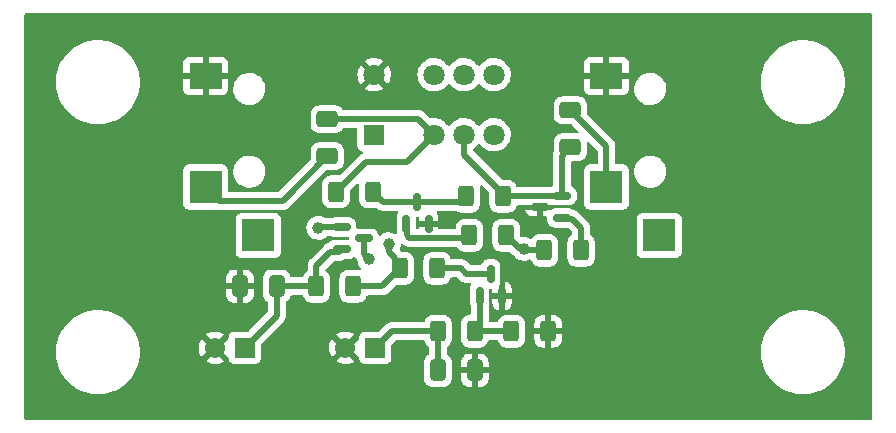
<source format=gtl>
G04 #@! TF.GenerationSoftware,KiCad,Pcbnew,6.0.4-6f826c9f35~116~ubuntu20.04.1*
G04 #@! TF.CreationDate,2022-04-06T08:04:33-04:00*
G04 #@! TF.ProjectId,audiomute,61756469-6f6d-4757-9465-2e6b69636164,rev?*
G04 #@! TF.SameCoordinates,Original*
G04 #@! TF.FileFunction,Copper,L1,Top*
G04 #@! TF.FilePolarity,Positive*
%FSLAX46Y46*%
G04 Gerber Fmt 4.6, Leading zero omitted, Abs format (unit mm)*
G04 Created by KiCad (PCBNEW 6.0.4-6f826c9f35~116~ubuntu20.04.1) date 2022-04-06 08:04:33*
%MOMM*%
%LPD*%
G01*
G04 APERTURE LIST*
G04 Aperture macros list*
%AMRoundRect*
0 Rectangle with rounded corners*
0 $1 Rounding radius*
0 $2 $3 $4 $5 $6 $7 $8 $9 X,Y pos of 4 corners*
0 Add a 4 corners polygon primitive as box body*
4,1,4,$2,$3,$4,$5,$6,$7,$8,$9,$2,$3,0*
0 Add four circle primitives for the rounded corners*
1,1,$1+$1,$2,$3*
1,1,$1+$1,$4,$5*
1,1,$1+$1,$6,$7*
1,1,$1+$1,$8,$9*
0 Add four rect primitives between the rounded corners*
20,1,$1+$1,$2,$3,$4,$5,0*
20,1,$1+$1,$4,$5,$6,$7,0*
20,1,$1+$1,$6,$7,$8,$9,0*
20,1,$1+$1,$8,$9,$2,$3,0*%
G04 Aperture macros list end*
G04 #@! TA.AperFunction,SMDPad,CuDef*
%ADD10RoundRect,0.250000X-0.400000X-0.625000X0.400000X-0.625000X0.400000X0.625000X-0.400000X0.625000X0*%
G04 #@! TD*
G04 #@! TA.AperFunction,SMDPad,CuDef*
%ADD11RoundRect,0.150000X0.150000X-0.587500X0.150000X0.587500X-0.150000X0.587500X-0.150000X-0.587500X0*%
G04 #@! TD*
G04 #@! TA.AperFunction,SMDPad,CuDef*
%ADD12RoundRect,0.250000X0.412500X0.650000X-0.412500X0.650000X-0.412500X-0.650000X0.412500X-0.650000X0*%
G04 #@! TD*
G04 #@! TA.AperFunction,ComponentPad*
%ADD13R,1.714500X1.714500*%
G04 #@! TD*
G04 #@! TA.AperFunction,ComponentPad*
%ADD14C,1.714500*%
G04 #@! TD*
G04 #@! TA.AperFunction,SMDPad,CuDef*
%ADD15RoundRect,0.250000X0.650000X-0.412500X0.650000X0.412500X-0.650000X0.412500X-0.650000X-0.412500X0*%
G04 #@! TD*
G04 #@! TA.AperFunction,ComponentPad*
%ADD16R,1.800000X1.800000*%
G04 #@! TD*
G04 #@! TA.AperFunction,ComponentPad*
%ADD17C,1.800000*%
G04 #@! TD*
G04 #@! TA.AperFunction,SMDPad,CuDef*
%ADD18RoundRect,0.250000X-0.412500X-0.650000X0.412500X-0.650000X0.412500X0.650000X-0.412500X0.650000X0*%
G04 #@! TD*
G04 #@! TA.AperFunction,SMDPad,CuDef*
%ADD19R,2.800000X2.200000*%
G04 #@! TD*
G04 #@! TA.AperFunction,SMDPad,CuDef*
%ADD20R,2.800000X2.800000*%
G04 #@! TD*
G04 #@! TA.AperFunction,SMDPad,CuDef*
%ADD21RoundRect,0.150000X-0.587500X-0.150000X0.587500X-0.150000X0.587500X0.150000X-0.587500X0.150000X0*%
G04 #@! TD*
G04 #@! TA.AperFunction,SMDPad,CuDef*
%ADD22RoundRect,0.150000X0.587500X0.150000X-0.587500X0.150000X-0.587500X-0.150000X0.587500X-0.150000X0*%
G04 #@! TD*
G04 #@! TA.AperFunction,SMDPad,CuDef*
%ADD23RoundRect,0.250000X0.400000X0.625000X-0.400000X0.625000X-0.400000X-0.625000X0.400000X-0.625000X0*%
G04 #@! TD*
G04 #@! TA.AperFunction,ViaPad*
%ADD24C,1.000000*%
G04 #@! TD*
G04 #@! TA.AperFunction,Conductor*
%ADD25C,0.500000*%
G04 #@! TD*
G04 APERTURE END LIST*
D10*
X112496000Y-99822000D03*
X115596000Y-99822000D03*
D11*
X109794000Y-96822500D03*
X111694000Y-96822500D03*
X110744000Y-94947500D03*
X103571000Y-90726500D03*
X105471000Y-90726500D03*
X104521000Y-88851500D03*
D12*
X109385500Y-103124000D03*
X106260500Y-103124000D03*
D13*
X100965000Y-101219000D03*
D14*
X98425000Y-101219000D03*
D10*
X108686000Y-88392000D03*
X111786000Y-88392000D03*
D15*
X96901000Y-85001500D03*
X96901000Y-81876500D03*
D16*
X100865000Y-83185000D03*
D17*
X105945000Y-83185000D03*
X108485000Y-83185000D03*
X111025000Y-83185000D03*
X111025000Y-78105000D03*
X108485000Y-78105000D03*
X105945000Y-78105000D03*
X100865000Y-78105000D03*
D18*
X89496500Y-96012000D03*
X92621500Y-96012000D03*
D10*
X95986000Y-96012000D03*
X99086000Y-96012000D03*
X97637000Y-88011000D03*
X100737000Y-88011000D03*
X115290000Y-92964000D03*
X118390000Y-92964000D03*
D19*
X120540000Y-78210000D03*
D20*
X120540000Y-87610000D03*
X124990000Y-91710000D03*
D10*
X103098000Y-94488000D03*
X106198000Y-94488000D03*
D21*
X98122500Y-90998000D03*
X98122500Y-92898000D03*
X99997500Y-91948000D03*
D19*
X86597000Y-78208000D03*
D20*
X86597000Y-87608000D03*
X91047000Y-91708000D03*
D10*
X106273000Y-99822000D03*
X109373000Y-99822000D03*
D22*
X116761500Y-90231000D03*
X116761500Y-88331000D03*
X114886500Y-89281000D03*
D13*
X89911000Y-101219000D03*
D14*
X87371000Y-101219000D03*
D15*
X117475000Y-84239500D03*
X117475000Y-81114500D03*
D23*
X112040000Y-91694000D03*
X108940000Y-91694000D03*
D24*
X101854000Y-90551000D03*
X107188000Y-74168000D03*
X119761000Y-75311000D03*
X114554000Y-85471000D03*
X112776000Y-80518000D03*
X120396000Y-105664000D03*
X73406000Y-89662000D03*
X114427000Y-95504000D03*
X82423000Y-82677000D03*
X121539000Y-91567000D03*
X131064000Y-78740000D03*
X85725000Y-75565000D03*
X131445000Y-97409000D03*
X140081000Y-88900000D03*
X96139000Y-91059000D03*
X102108000Y-92456000D03*
X100457000Y-93726000D03*
X113538000Y-92837000D03*
D25*
X86597000Y-87608000D02*
X87762000Y-88773000D01*
X87762000Y-88773000D02*
X93129500Y-88773000D01*
X93129500Y-88773000D02*
X96901000Y-85001500D01*
X96942011Y-81835489D02*
X96901000Y-81876500D01*
X105945000Y-83185000D02*
X104595489Y-81835489D01*
X102870000Y-85471000D02*
X103659000Y-85471000D01*
X103659000Y-85471000D02*
X105945000Y-83185000D01*
X98961520Y-86686480D02*
X98987520Y-86686480D01*
X100203000Y-85471000D02*
X102870000Y-85471000D01*
X98987520Y-86686480D02*
X100203000Y-85471000D01*
X104595489Y-81835489D02*
X96942011Y-81835489D01*
X97637000Y-88011000D02*
X98961520Y-86686480D01*
X106273000Y-99822000D02*
X106273000Y-103111500D01*
X100965000Y-101219000D02*
X102362000Y-99822000D01*
X102362000Y-99822000D02*
X106273000Y-99822000D01*
X106273000Y-103111500D02*
X106260500Y-103124000D01*
X97929500Y-93091000D02*
X98122500Y-92898000D01*
X92621500Y-96012000D02*
X92621500Y-98508500D01*
X97155000Y-93091000D02*
X97929500Y-93091000D01*
X95986000Y-94260000D02*
X97155000Y-93091000D01*
X92621500Y-98508500D02*
X89911000Y-101219000D01*
X92621500Y-96012000D02*
X95986000Y-96012000D01*
X95986000Y-96012000D02*
X95986000Y-94260000D01*
X120540000Y-84179500D02*
X117475000Y-81114500D01*
X120540000Y-87610000D02*
X120540000Y-84179500D01*
X109794000Y-99401000D02*
X109373000Y-99822000D01*
X112496000Y-99822000D02*
X109373000Y-99822000D01*
X109794000Y-96822500D02*
X109794000Y-99401000D01*
X108204000Y-94488000D02*
X106198000Y-94488000D01*
X108663500Y-94947500D02*
X108204000Y-94488000D01*
X110744000Y-94947500D02*
X108663500Y-94947500D01*
X102616000Y-93599000D02*
X102616000Y-94006000D01*
X99086000Y-96012000D02*
X101574000Y-96012000D01*
X102108000Y-92456000D02*
X102108000Y-93091000D01*
X98122500Y-90998000D02*
X96200000Y-90998000D01*
X96200000Y-90998000D02*
X96139000Y-91059000D01*
X101574000Y-96012000D02*
X103098000Y-94488000D01*
X102108000Y-93091000D02*
X102616000Y-93599000D01*
X113792000Y-92964000D02*
X113665000Y-92964000D01*
X113665000Y-92964000D02*
X113538000Y-92837000D01*
X99997500Y-93266500D02*
X100457000Y-93726000D01*
X115290000Y-92964000D02*
X113792000Y-92964000D01*
X113538000Y-92837000D02*
X113183000Y-92837000D01*
X99997500Y-91948000D02*
X99997500Y-93266500D01*
X113183000Y-92837000D02*
X112040000Y-91694000D01*
X108940000Y-91694000D02*
X108720480Y-91913520D01*
X103851520Y-91913520D02*
X103632000Y-91694000D01*
X108720480Y-91913520D02*
X103851520Y-91913520D01*
X103632000Y-91694000D02*
X103632000Y-90787500D01*
X103632000Y-90787500D02*
X103571000Y-90726500D01*
X116827500Y-90297000D02*
X116761500Y-90231000D01*
X118390000Y-91085000D02*
X117602000Y-90297000D01*
X117602000Y-90297000D02*
X116827500Y-90297000D01*
X118390000Y-92964000D02*
X118390000Y-91085000D01*
X108226500Y-88851500D02*
X108686000Y-88392000D01*
X101577500Y-88851500D02*
X100737000Y-88011000D01*
X104521000Y-88851500D02*
X108226500Y-88851500D01*
X104521000Y-88851500D02*
X101577500Y-88851500D01*
X108485000Y-84863000D02*
X108485000Y-83185000D01*
X116761500Y-84953000D02*
X117475000Y-84239500D01*
X111786000Y-88392000D02*
X111786000Y-88164000D01*
X111786000Y-88392000D02*
X116700500Y-88392000D01*
X116761500Y-88331000D02*
X116761500Y-84953000D01*
X116700500Y-88392000D02*
X116761500Y-88331000D01*
X111786000Y-88164000D02*
X108485000Y-84863000D01*
G04 #@! TA.AperFunction,Conductor*
G36*
X142943621Y-72918502D02*
G01*
X142990114Y-72972158D01*
X143001500Y-73024500D01*
X143001500Y-107188500D01*
X142981498Y-107256621D01*
X142927842Y-107303114D01*
X142875500Y-107314500D01*
X71373500Y-107314500D01*
X71305379Y-107294498D01*
X71258886Y-107240842D01*
X71247500Y-107188500D01*
X71247500Y-101600000D01*
X73908619Y-101600000D01*
X73928129Y-101972266D01*
X73928642Y-101975506D01*
X73928643Y-101975514D01*
X73945542Y-102082206D01*
X73986444Y-102340453D01*
X74082925Y-102700527D01*
X74216517Y-103048544D01*
X74218009Y-103051472D01*
X74218012Y-103051479D01*
X74364210Y-103338407D01*
X74385754Y-103380690D01*
X74588782Y-103693327D01*
X74823378Y-103983029D01*
X75086971Y-104246622D01*
X75376673Y-104481218D01*
X75689309Y-104684246D01*
X75692243Y-104685741D01*
X75692250Y-104685745D01*
X76018521Y-104851988D01*
X76018528Y-104851991D01*
X76021456Y-104853483D01*
X76024528Y-104854662D01*
X76024532Y-104854664D01*
X76150679Y-104903087D01*
X76369473Y-104987075D01*
X76729547Y-105083556D01*
X76925209Y-105114546D01*
X77094486Y-105141357D01*
X77094494Y-105141358D01*
X77097734Y-105141871D01*
X77470000Y-105161381D01*
X77842266Y-105141871D01*
X77845506Y-105141358D01*
X77845514Y-105141357D01*
X78014791Y-105114546D01*
X78210453Y-105083556D01*
X78570527Y-104987075D01*
X78789321Y-104903087D01*
X78915468Y-104854664D01*
X78915472Y-104854662D01*
X78918544Y-104853483D01*
X78921472Y-104851991D01*
X78921479Y-104851988D01*
X79247750Y-104685745D01*
X79247757Y-104685741D01*
X79250691Y-104684246D01*
X79563327Y-104481218D01*
X79853029Y-104246622D01*
X80116622Y-103983029D01*
X80351218Y-103693327D01*
X80554246Y-103380690D01*
X80575791Y-103338407D01*
X80721988Y-103051479D01*
X80721991Y-103051472D01*
X80723483Y-103048544D01*
X80857075Y-102700527D01*
X80951225Y-102349153D01*
X86605677Y-102349153D01*
X86610958Y-102356208D01*
X86774615Y-102451842D01*
X86783898Y-102456289D01*
X86983971Y-102532689D01*
X86993869Y-102535565D01*
X87203734Y-102578262D01*
X87213962Y-102579481D01*
X87427980Y-102587330D01*
X87438266Y-102586863D01*
X87650696Y-102559650D01*
X87660774Y-102557508D01*
X87865902Y-102495966D01*
X87875500Y-102492205D01*
X88067824Y-102397986D01*
X88076669Y-102392713D01*
X88125445Y-102357921D01*
X88133845Y-102347222D01*
X88126858Y-102334068D01*
X87383812Y-101591022D01*
X87369868Y-101583408D01*
X87368035Y-101583539D01*
X87361420Y-101587790D01*
X86612437Y-102336773D01*
X86605677Y-102349153D01*
X80951225Y-102349153D01*
X80953556Y-102340453D01*
X80994458Y-102082206D01*
X81011357Y-101975514D01*
X81011358Y-101975506D01*
X81011871Y-101972266D01*
X81031381Y-101600000D01*
X81011871Y-101227734D01*
X81010958Y-101221965D01*
X81006004Y-101190686D01*
X86001777Y-101190686D01*
X86014105Y-101404488D01*
X86015541Y-101414709D01*
X86062623Y-101623622D01*
X86065702Y-101633451D01*
X86146277Y-101831883D01*
X86150920Y-101841074D01*
X86232188Y-101973692D01*
X86242644Y-101983152D01*
X86251422Y-101979368D01*
X86998978Y-101231812D01*
X87005356Y-101220132D01*
X87735408Y-101220132D01*
X87735539Y-101221965D01*
X87739790Y-101228580D01*
X88499481Y-101988271D01*
X88497884Y-101989868D01*
X88529837Y-102021820D01*
X88545250Y-102082206D01*
X88545250Y-102124384D01*
X88552005Y-102186566D01*
X88603135Y-102322955D01*
X88690489Y-102439511D01*
X88807045Y-102526865D01*
X88943434Y-102577995D01*
X89005616Y-102584750D01*
X90816384Y-102584750D01*
X90878566Y-102577995D01*
X91014955Y-102526865D01*
X91131511Y-102439511D01*
X91199231Y-102349153D01*
X97659677Y-102349153D01*
X97664958Y-102356208D01*
X97828615Y-102451842D01*
X97837898Y-102456289D01*
X98037971Y-102532689D01*
X98047869Y-102535565D01*
X98257734Y-102578262D01*
X98267962Y-102579481D01*
X98481980Y-102587330D01*
X98492266Y-102586863D01*
X98704696Y-102559650D01*
X98714774Y-102557508D01*
X98919902Y-102495966D01*
X98929500Y-102492205D01*
X99121824Y-102397986D01*
X99130669Y-102392713D01*
X99179445Y-102357921D01*
X99187845Y-102347222D01*
X99180858Y-102334068D01*
X98437812Y-101591022D01*
X98423868Y-101583408D01*
X98422035Y-101583539D01*
X98415420Y-101587790D01*
X97666437Y-102336773D01*
X97659677Y-102349153D01*
X91199231Y-102349153D01*
X91218865Y-102322955D01*
X91269995Y-102186566D01*
X91276750Y-102124384D01*
X91276750Y-101190686D01*
X97055777Y-101190686D01*
X97068105Y-101404488D01*
X97069541Y-101414709D01*
X97116623Y-101623622D01*
X97119702Y-101633451D01*
X97200277Y-101831883D01*
X97204920Y-101841074D01*
X97286188Y-101973692D01*
X97296644Y-101983152D01*
X97305422Y-101979368D01*
X98052978Y-101231812D01*
X98059356Y-101220132D01*
X98789408Y-101220132D01*
X98789539Y-101221965D01*
X98793790Y-101228580D01*
X99553481Y-101988271D01*
X99551884Y-101989868D01*
X99583837Y-102021820D01*
X99599250Y-102082206D01*
X99599250Y-102124384D01*
X99606005Y-102186566D01*
X99657135Y-102322955D01*
X99744489Y-102439511D01*
X99861045Y-102526865D01*
X99997434Y-102577995D01*
X100059616Y-102584750D01*
X101870384Y-102584750D01*
X101932566Y-102577995D01*
X102068955Y-102526865D01*
X102185511Y-102439511D01*
X102272865Y-102322955D01*
X102323995Y-102186566D01*
X102330750Y-102124384D01*
X102330750Y-100978121D01*
X102350752Y-100910000D01*
X102367655Y-100889026D01*
X102639276Y-100617405D01*
X102701588Y-100583379D01*
X102728371Y-100580500D01*
X105027121Y-100580500D01*
X105095242Y-100600502D01*
X105141735Y-100654158D01*
X105146644Y-100666623D01*
X105179130Y-100763993D01*
X105181450Y-100770946D01*
X105274522Y-100921348D01*
X105399697Y-101046305D01*
X105405925Y-101050144D01*
X105405930Y-101050148D01*
X105454617Y-101080159D01*
X105502110Y-101132931D01*
X105514500Y-101187418D01*
X105514500Y-101718160D01*
X105494498Y-101786281D01*
X105454803Y-101825304D01*
X105373652Y-101875522D01*
X105248695Y-102000697D01*
X105244855Y-102006927D01*
X105244854Y-102006928D01*
X105235675Y-102021820D01*
X105155885Y-102151262D01*
X105100203Y-102319139D01*
X105099503Y-102325975D01*
X105099502Y-102325978D01*
X105097128Y-102349153D01*
X105089500Y-102423600D01*
X105089500Y-103824400D01*
X105089837Y-103827646D01*
X105089837Y-103827650D01*
X105099752Y-103923206D01*
X105100474Y-103930166D01*
X105102655Y-103936702D01*
X105102655Y-103936704D01*
X105128846Y-104015208D01*
X105156450Y-104097946D01*
X105249522Y-104248348D01*
X105374697Y-104373305D01*
X105380927Y-104377145D01*
X105380928Y-104377146D01*
X105518288Y-104461816D01*
X105525262Y-104466115D01*
X105605005Y-104492564D01*
X105686611Y-104519632D01*
X105686613Y-104519632D01*
X105693139Y-104521797D01*
X105699975Y-104522497D01*
X105699978Y-104522498D01*
X105743031Y-104526909D01*
X105797600Y-104532500D01*
X106723400Y-104532500D01*
X106726646Y-104532163D01*
X106726650Y-104532163D01*
X106822308Y-104522238D01*
X106822312Y-104522237D01*
X106829166Y-104521526D01*
X106835702Y-104519345D01*
X106835704Y-104519345D01*
X106967806Y-104475272D01*
X106996946Y-104465550D01*
X107147348Y-104372478D01*
X107272305Y-104247303D01*
X107365115Y-104096738D01*
X107402830Y-103983029D01*
X107418632Y-103935389D01*
X107418632Y-103935387D01*
X107420797Y-103928861D01*
X107431500Y-103824400D01*
X107431500Y-103821095D01*
X108215001Y-103821095D01*
X108215338Y-103827614D01*
X108225257Y-103923206D01*
X108228149Y-103936600D01*
X108279588Y-104090784D01*
X108285761Y-104103962D01*
X108371063Y-104241807D01*
X108380099Y-104253208D01*
X108494829Y-104367739D01*
X108506240Y-104376751D01*
X108644243Y-104461816D01*
X108657424Y-104467963D01*
X108811710Y-104519138D01*
X108825086Y-104522005D01*
X108919438Y-104531672D01*
X108925854Y-104532000D01*
X109113385Y-104532000D01*
X109128624Y-104527525D01*
X109129829Y-104526135D01*
X109131500Y-104518452D01*
X109131500Y-104513884D01*
X109639500Y-104513884D01*
X109643975Y-104529123D01*
X109645365Y-104530328D01*
X109653048Y-104531999D01*
X109845095Y-104531999D01*
X109851614Y-104531662D01*
X109947206Y-104521743D01*
X109960600Y-104518851D01*
X110114784Y-104467412D01*
X110127962Y-104461239D01*
X110265807Y-104375937D01*
X110277208Y-104366901D01*
X110391739Y-104252171D01*
X110400751Y-104240760D01*
X110485816Y-104102757D01*
X110491963Y-104089576D01*
X110543138Y-103935290D01*
X110546005Y-103921914D01*
X110555672Y-103827562D01*
X110556000Y-103821146D01*
X110556000Y-103396115D01*
X110551525Y-103380876D01*
X110550135Y-103379671D01*
X110542452Y-103378000D01*
X109657615Y-103378000D01*
X109642376Y-103382475D01*
X109641171Y-103383865D01*
X109639500Y-103391548D01*
X109639500Y-104513884D01*
X109131500Y-104513884D01*
X109131500Y-103396115D01*
X109127025Y-103380876D01*
X109125635Y-103379671D01*
X109117952Y-103378000D01*
X108233116Y-103378000D01*
X108217877Y-103382475D01*
X108216672Y-103383865D01*
X108215001Y-103391548D01*
X108215001Y-103821095D01*
X107431500Y-103821095D01*
X107431500Y-102851885D01*
X108215000Y-102851885D01*
X108219475Y-102867124D01*
X108220865Y-102868329D01*
X108228548Y-102870000D01*
X109113385Y-102870000D01*
X109128624Y-102865525D01*
X109129829Y-102864135D01*
X109131500Y-102856452D01*
X109131500Y-102851885D01*
X109639500Y-102851885D01*
X109643975Y-102867124D01*
X109645365Y-102868329D01*
X109653048Y-102870000D01*
X110537884Y-102870000D01*
X110553123Y-102865525D01*
X110554328Y-102864135D01*
X110555999Y-102856452D01*
X110555999Y-102426905D01*
X110555662Y-102420386D01*
X110545743Y-102324794D01*
X110542851Y-102311400D01*
X110491412Y-102157216D01*
X110485239Y-102144038D01*
X110399937Y-102006193D01*
X110390901Y-101994792D01*
X110276171Y-101880261D01*
X110264760Y-101871249D01*
X110126757Y-101786184D01*
X110113576Y-101780037D01*
X109959290Y-101728862D01*
X109945914Y-101725995D01*
X109851562Y-101716328D01*
X109845145Y-101716000D01*
X109657615Y-101716000D01*
X109642376Y-101720475D01*
X109641171Y-101721865D01*
X109639500Y-101729548D01*
X109639500Y-102851885D01*
X109131500Y-102851885D01*
X109131500Y-101734116D01*
X109127025Y-101718877D01*
X109125635Y-101717672D01*
X109117952Y-101716001D01*
X108925905Y-101716001D01*
X108919386Y-101716338D01*
X108823794Y-101726257D01*
X108810400Y-101729149D01*
X108656216Y-101780588D01*
X108643038Y-101786761D01*
X108505193Y-101872063D01*
X108493792Y-101881099D01*
X108379261Y-101995829D01*
X108370249Y-102007240D01*
X108285184Y-102145243D01*
X108279037Y-102158424D01*
X108227862Y-102312710D01*
X108224995Y-102326086D01*
X108215328Y-102420438D01*
X108215000Y-102426854D01*
X108215000Y-102851885D01*
X107431500Y-102851885D01*
X107431500Y-102423600D01*
X107431163Y-102420350D01*
X107421238Y-102324692D01*
X107421237Y-102324688D01*
X107420526Y-102317834D01*
X107364550Y-102150054D01*
X107271478Y-101999652D01*
X107146303Y-101874695D01*
X107140075Y-101870856D01*
X107140070Y-101870852D01*
X107091383Y-101840841D01*
X107043890Y-101788069D01*
X107031500Y-101733582D01*
X107031500Y-101600000D01*
X133598619Y-101600000D01*
X133618129Y-101972266D01*
X133618642Y-101975506D01*
X133618643Y-101975514D01*
X133635542Y-102082206D01*
X133676444Y-102340453D01*
X133772925Y-102700527D01*
X133906517Y-103048544D01*
X133908009Y-103051472D01*
X133908012Y-103051479D01*
X134054210Y-103338407D01*
X134075754Y-103380690D01*
X134278782Y-103693327D01*
X134513378Y-103983029D01*
X134776971Y-104246622D01*
X135066673Y-104481218D01*
X135379309Y-104684246D01*
X135382243Y-104685741D01*
X135382250Y-104685745D01*
X135708521Y-104851988D01*
X135708528Y-104851991D01*
X135711456Y-104853483D01*
X135714528Y-104854662D01*
X135714532Y-104854664D01*
X135840679Y-104903087D01*
X136059473Y-104987075D01*
X136419547Y-105083556D01*
X136615209Y-105114546D01*
X136784486Y-105141357D01*
X136784494Y-105141358D01*
X136787734Y-105141871D01*
X137160000Y-105161381D01*
X137532266Y-105141871D01*
X137535506Y-105141358D01*
X137535514Y-105141357D01*
X137704791Y-105114546D01*
X137900453Y-105083556D01*
X138260527Y-104987075D01*
X138479321Y-104903087D01*
X138605468Y-104854664D01*
X138605472Y-104854662D01*
X138608544Y-104853483D01*
X138611472Y-104851991D01*
X138611479Y-104851988D01*
X138937750Y-104685745D01*
X138937757Y-104685741D01*
X138940691Y-104684246D01*
X139253327Y-104481218D01*
X139543029Y-104246622D01*
X139806622Y-103983029D01*
X140041218Y-103693327D01*
X140244246Y-103380690D01*
X140265791Y-103338407D01*
X140411988Y-103051479D01*
X140411991Y-103051472D01*
X140413483Y-103048544D01*
X140547075Y-102700527D01*
X140643556Y-102340453D01*
X140684458Y-102082206D01*
X140701357Y-101975514D01*
X140701358Y-101975506D01*
X140701871Y-101972266D01*
X140721381Y-101600000D01*
X140701871Y-101227734D01*
X140700958Y-101221965D01*
X140673552Y-101048937D01*
X140643556Y-100859547D01*
X140547075Y-100499473D01*
X140413483Y-100151456D01*
X140394931Y-100115045D01*
X140245745Y-99822251D01*
X140245741Y-99822244D01*
X140244246Y-99819310D01*
X140041218Y-99506673D01*
X139806622Y-99216971D01*
X139543029Y-98953378D01*
X139253327Y-98718782D01*
X139083267Y-98608344D01*
X138943460Y-98517552D01*
X138943457Y-98517550D01*
X138940691Y-98515754D01*
X138937757Y-98514259D01*
X138937750Y-98514255D01*
X138611479Y-98348012D01*
X138611472Y-98348009D01*
X138608544Y-98346517D01*
X138605472Y-98345338D01*
X138605468Y-98345336D01*
X138479321Y-98296913D01*
X138260527Y-98212925D01*
X137900453Y-98116444D01*
X137704791Y-98085454D01*
X137535514Y-98058643D01*
X137535506Y-98058642D01*
X137532266Y-98058129D01*
X137160000Y-98038619D01*
X136787734Y-98058129D01*
X136784494Y-98058642D01*
X136784486Y-98058643D01*
X136615209Y-98085454D01*
X136419547Y-98116444D01*
X136059473Y-98212925D01*
X135840679Y-98296913D01*
X135714532Y-98345336D01*
X135714528Y-98345338D01*
X135711456Y-98346517D01*
X135708528Y-98348009D01*
X135708521Y-98348012D01*
X135382251Y-98514255D01*
X135382244Y-98514259D01*
X135379310Y-98515754D01*
X135376544Y-98517550D01*
X135376541Y-98517552D01*
X135257184Y-98595063D01*
X135066673Y-98718782D01*
X134776971Y-98953378D01*
X134513378Y-99216971D01*
X134278782Y-99506673D01*
X134075754Y-99819310D01*
X134074259Y-99822244D01*
X134074255Y-99822251D01*
X133925069Y-100115045D01*
X133906517Y-100151456D01*
X133772925Y-100499473D01*
X133676444Y-100859547D01*
X133646448Y-101048937D01*
X133619043Y-101221965D01*
X133618129Y-101227734D01*
X133598619Y-101600000D01*
X107031500Y-101600000D01*
X107031500Y-101187369D01*
X107051502Y-101119248D01*
X107091193Y-101080228D01*
X107147348Y-101045478D01*
X107272305Y-100920303D01*
X107309756Y-100859547D01*
X107361275Y-100775968D01*
X107361276Y-100775966D01*
X107365115Y-100769738D01*
X107403451Y-100654158D01*
X107418632Y-100608389D01*
X107418632Y-100608387D01*
X107420797Y-100601861D01*
X107431500Y-100497400D01*
X107431500Y-99146600D01*
X107427234Y-99105482D01*
X107421238Y-99047692D01*
X107421237Y-99047688D01*
X107420526Y-99040834D01*
X107402848Y-98987845D01*
X107366868Y-98880002D01*
X107364550Y-98873054D01*
X107271478Y-98722652D01*
X107146303Y-98597695D01*
X107010939Y-98514255D01*
X107001968Y-98508725D01*
X107001966Y-98508724D01*
X106995738Y-98504885D01*
X106915995Y-98478436D01*
X106834389Y-98451368D01*
X106834387Y-98451368D01*
X106827861Y-98449203D01*
X106821025Y-98448503D01*
X106821022Y-98448502D01*
X106777969Y-98444091D01*
X106723400Y-98438500D01*
X105822600Y-98438500D01*
X105819354Y-98438837D01*
X105819350Y-98438837D01*
X105723692Y-98448762D01*
X105723688Y-98448763D01*
X105716834Y-98449474D01*
X105710298Y-98451655D01*
X105710296Y-98451655D01*
X105693928Y-98457116D01*
X105549054Y-98505450D01*
X105398652Y-98598522D01*
X105273695Y-98723697D01*
X105269855Y-98729927D01*
X105269854Y-98729928D01*
X105200978Y-98841666D01*
X105180885Y-98874262D01*
X105169103Y-98909784D01*
X105146753Y-98977167D01*
X105106322Y-99035527D01*
X105040758Y-99062764D01*
X105027160Y-99063500D01*
X102429063Y-99063500D01*
X102410114Y-99062067D01*
X102409907Y-99062036D01*
X102388651Y-99058802D01*
X102381359Y-99059395D01*
X102381356Y-99059395D01*
X102335991Y-99063085D01*
X102325777Y-99063500D01*
X102317707Y-99063500D01*
X102314087Y-99063922D01*
X102314069Y-99063923D01*
X102289461Y-99066792D01*
X102285100Y-99067224D01*
X102259981Y-99069267D01*
X102219661Y-99072546D01*
X102219658Y-99072547D01*
X102212363Y-99073140D01*
X102205399Y-99075396D01*
X102199440Y-99076587D01*
X102193585Y-99077971D01*
X102186319Y-99078818D01*
X102117673Y-99103735D01*
X102113545Y-99105152D01*
X102051064Y-99125393D01*
X102051062Y-99125394D01*
X102044101Y-99127649D01*
X102037846Y-99131445D01*
X102032372Y-99133951D01*
X102026942Y-99136670D01*
X102020063Y-99139167D01*
X102013943Y-99143180D01*
X102013942Y-99143180D01*
X102008726Y-99146600D01*
X101959016Y-99179191D01*
X101955327Y-99181518D01*
X101935135Y-99193771D01*
X101897693Y-99216491D01*
X101897688Y-99216495D01*
X101892892Y-99219405D01*
X101884516Y-99226803D01*
X101884493Y-99226777D01*
X101881503Y-99229426D01*
X101878264Y-99232134D01*
X101872148Y-99236144D01*
X101867121Y-99241451D01*
X101867117Y-99241454D01*
X101818872Y-99292383D01*
X101816494Y-99294825D01*
X101294974Y-99816345D01*
X101232662Y-99850371D01*
X101205879Y-99853250D01*
X100059616Y-99853250D01*
X99997434Y-99860005D01*
X99861045Y-99911135D01*
X99744489Y-99998489D01*
X99657135Y-100115045D01*
X99606005Y-100251434D01*
X99599250Y-100313616D01*
X99599250Y-100353579D01*
X99579248Y-100421700D01*
X99553826Y-100443795D01*
X99556676Y-100446846D01*
X99551943Y-100451267D01*
X98797022Y-101206188D01*
X98789408Y-101220132D01*
X98059356Y-101220132D01*
X98060592Y-101217868D01*
X98060461Y-101216035D01*
X98056210Y-101209420D01*
X97309632Y-100462842D01*
X97298096Y-100456542D01*
X97285813Y-100466166D01*
X97236773Y-100538056D01*
X97231674Y-100547032D01*
X97141508Y-100741275D01*
X97137949Y-100750950D01*
X97080718Y-100957318D01*
X97078787Y-100967438D01*
X97056029Y-101180397D01*
X97055777Y-101190686D01*
X91276750Y-101190686D01*
X91276750Y-100978121D01*
X91296752Y-100910000D01*
X91313655Y-100889026D01*
X92112434Y-100090247D01*
X97661043Y-100090247D01*
X97667788Y-100102578D01*
X98412188Y-100846978D01*
X98426132Y-100854592D01*
X98427965Y-100854461D01*
X98434580Y-100850210D01*
X99183552Y-100101238D01*
X99190572Y-100088382D01*
X99183572Y-100078774D01*
X99178587Y-100075462D01*
X98991089Y-99971957D01*
X98981692Y-99967734D01*
X98779818Y-99896247D01*
X98769847Y-99893613D01*
X98559011Y-99856058D01*
X98548758Y-99855088D01*
X98334609Y-99852471D01*
X98324324Y-99853191D01*
X98112635Y-99885584D01*
X98102607Y-99887973D01*
X97899045Y-99954507D01*
X97889548Y-99958499D01*
X97699584Y-100057387D01*
X97690859Y-100062882D01*
X97669496Y-100078922D01*
X97661043Y-100090247D01*
X92112434Y-100090247D01*
X93110411Y-99092270D01*
X93124823Y-99079884D01*
X93136418Y-99071351D01*
X93136423Y-99071346D01*
X93142318Y-99067008D01*
X93147057Y-99061430D01*
X93147060Y-99061427D01*
X93176535Y-99026732D01*
X93183465Y-99019216D01*
X93189160Y-99013521D01*
X93206781Y-98991249D01*
X93209572Y-98987845D01*
X93252091Y-98937797D01*
X93252092Y-98937795D01*
X93256833Y-98932215D01*
X93260161Y-98925699D01*
X93263528Y-98920650D01*
X93266695Y-98915521D01*
X93271234Y-98909784D01*
X93302155Y-98843625D01*
X93304061Y-98839725D01*
X93337269Y-98774692D01*
X93339008Y-98767583D01*
X93341104Y-98761949D01*
X93343023Y-98756179D01*
X93346122Y-98749550D01*
X93350357Y-98729193D01*
X93360990Y-98678071D01*
X93361961Y-98673782D01*
X93377973Y-98608344D01*
X93379308Y-98602890D01*
X93380000Y-98591736D01*
X93380035Y-98591738D01*
X93380275Y-98587766D01*
X93380652Y-98583545D01*
X93382141Y-98576385D01*
X93380046Y-98498958D01*
X93380000Y-98495550D01*
X93380000Y-97410105D01*
X93400002Y-97341984D01*
X93439697Y-97302961D01*
X93502120Y-97264332D01*
X93508348Y-97260478D01*
X93633305Y-97135303D01*
X93637338Y-97128760D01*
X93722275Y-96990968D01*
X93722276Y-96990966D01*
X93726115Y-96984738D01*
X93768539Y-96856833D01*
X93808969Y-96798473D01*
X93874534Y-96771236D01*
X93888132Y-96770500D01*
X94740121Y-96770500D01*
X94808242Y-96790502D01*
X94854735Y-96844158D01*
X94859644Y-96856623D01*
X94891729Y-96952790D01*
X94894450Y-96960946D01*
X94987522Y-97111348D01*
X95112697Y-97236305D01*
X95118927Y-97240145D01*
X95118928Y-97240146D01*
X95256090Y-97324694D01*
X95263262Y-97329115D01*
X95295787Y-97339903D01*
X95424611Y-97382632D01*
X95424613Y-97382632D01*
X95431139Y-97384797D01*
X95437975Y-97385497D01*
X95437978Y-97385498D01*
X95481031Y-97389909D01*
X95535600Y-97395500D01*
X96436400Y-97395500D01*
X96439646Y-97395163D01*
X96439650Y-97395163D01*
X96535308Y-97385238D01*
X96535312Y-97385237D01*
X96542166Y-97384526D01*
X96548702Y-97382345D01*
X96548704Y-97382345D01*
X96680806Y-97338272D01*
X96709946Y-97328550D01*
X96860348Y-97235478D01*
X96985305Y-97110303D01*
X96994975Y-97094615D01*
X97074275Y-96965968D01*
X97074276Y-96965966D01*
X97078115Y-96959738D01*
X97133797Y-96791861D01*
X97136913Y-96761454D01*
X97140253Y-96728848D01*
X97144500Y-96687400D01*
X97144500Y-95336600D01*
X97141578Y-95308438D01*
X97134238Y-95237692D01*
X97134237Y-95237688D01*
X97133526Y-95230834D01*
X97128776Y-95216595D01*
X97079868Y-95070002D01*
X97077550Y-95063054D01*
X96984478Y-94912652D01*
X96859303Y-94787695D01*
X96853075Y-94783856D01*
X96853070Y-94783852D01*
X96804383Y-94753841D01*
X96756890Y-94701069D01*
X96744500Y-94646582D01*
X96744500Y-94626371D01*
X96764502Y-94558250D01*
X96781405Y-94537276D01*
X97432276Y-93886405D01*
X97494588Y-93852379D01*
X97521371Y-93849500D01*
X97862430Y-93849500D01*
X97881380Y-93850933D01*
X97895615Y-93853099D01*
X97895619Y-93853099D01*
X97902849Y-93854199D01*
X97910141Y-93853606D01*
X97910144Y-93853606D01*
X97955518Y-93849915D01*
X97965733Y-93849500D01*
X97973793Y-93849500D01*
X97987946Y-93847850D01*
X98002007Y-93846211D01*
X98006382Y-93845778D01*
X98071839Y-93840454D01*
X98071842Y-93840453D01*
X98079137Y-93839860D01*
X98086101Y-93837604D01*
X98092060Y-93836413D01*
X98097915Y-93835029D01*
X98105181Y-93834182D01*
X98173827Y-93809265D01*
X98177955Y-93807848D01*
X98240436Y-93787607D01*
X98240438Y-93787606D01*
X98247399Y-93785351D01*
X98253654Y-93781555D01*
X98259128Y-93779049D01*
X98264558Y-93776330D01*
X98271437Y-93773833D01*
X98278737Y-93769047D01*
X98332476Y-93733814D01*
X98336195Y-93731468D01*
X98347213Y-93724782D01*
X98412579Y-93706500D01*
X98776502Y-93706500D01*
X98778950Y-93706307D01*
X98778958Y-93706307D01*
X98807421Y-93704067D01*
X98807426Y-93704066D01*
X98813831Y-93703562D01*
X98921984Y-93672141D01*
X98965988Y-93659357D01*
X98965990Y-93659356D01*
X98973601Y-93657145D01*
X99116807Y-93572453D01*
X99122412Y-93566848D01*
X99125359Y-93564562D01*
X99191444Y-93538615D01*
X99261066Y-93552515D01*
X99313905Y-93606337D01*
X99314667Y-93608437D01*
X99318682Y-93614560D01*
X99318683Y-93614563D01*
X99354686Y-93669476D01*
X99357023Y-93673180D01*
X99394905Y-93735607D01*
X99398621Y-93739815D01*
X99398622Y-93739816D01*
X99402303Y-93743984D01*
X99402276Y-93744008D01*
X99404929Y-93747000D01*
X99407632Y-93750233D01*
X99411644Y-93756352D01*
X99416956Y-93761384D01*
X99421654Y-93767003D01*
X99420303Y-93768133D01*
X99451365Y-93821532D01*
X99454571Y-93841091D01*
X99460268Y-93908934D01*
X99466210Y-93929656D01*
X99512066Y-94089573D01*
X99514783Y-94099050D01*
X99605187Y-94274956D01*
X99619883Y-94293498D01*
X99728035Y-94429953D01*
X99726819Y-94430917D01*
X99756222Y-94487061D01*
X99749928Y-94557778D01*
X99706401Y-94613866D01*
X99639460Y-94637518D01*
X99619813Y-94637046D01*
X99539601Y-94628828D01*
X99539602Y-94628828D01*
X99536400Y-94628500D01*
X98635600Y-94628500D01*
X98632354Y-94628837D01*
X98632350Y-94628837D01*
X98536692Y-94638762D01*
X98536688Y-94638763D01*
X98529834Y-94639474D01*
X98523298Y-94641655D01*
X98523296Y-94641655D01*
X98425796Y-94674184D01*
X98362054Y-94695450D01*
X98211652Y-94788522D01*
X98086695Y-94913697D01*
X98082855Y-94919927D01*
X98082854Y-94919928D01*
X98004881Y-95046424D01*
X97993885Y-95064262D01*
X97967436Y-95144005D01*
X97943359Y-95216595D01*
X97938203Y-95232139D01*
X97937503Y-95238975D01*
X97937502Y-95238978D01*
X97936656Y-95247236D01*
X97927500Y-95336600D01*
X97927500Y-96687400D01*
X97927837Y-96690646D01*
X97927837Y-96690650D01*
X97936610Y-96775199D01*
X97938474Y-96793166D01*
X97940655Y-96799702D01*
X97940655Y-96799704D01*
X97948524Y-96823290D01*
X97994450Y-96960946D01*
X98087522Y-97111348D01*
X98212697Y-97236305D01*
X98218927Y-97240145D01*
X98218928Y-97240146D01*
X98356090Y-97324694D01*
X98363262Y-97329115D01*
X98395787Y-97339903D01*
X98524611Y-97382632D01*
X98524613Y-97382632D01*
X98531139Y-97384797D01*
X98537975Y-97385497D01*
X98537978Y-97385498D01*
X98581031Y-97389909D01*
X98635600Y-97395500D01*
X99536400Y-97395500D01*
X99539646Y-97395163D01*
X99539650Y-97395163D01*
X99635308Y-97385238D01*
X99635312Y-97385237D01*
X99642166Y-97384526D01*
X99648702Y-97382345D01*
X99648704Y-97382345D01*
X99780806Y-97338272D01*
X99809946Y-97328550D01*
X99960348Y-97235478D01*
X100085305Y-97110303D01*
X100094975Y-97094615D01*
X100174275Y-96965968D01*
X100174276Y-96965966D01*
X100178115Y-96959738D01*
X100212247Y-96856833D01*
X100252678Y-96798473D01*
X100318242Y-96771236D01*
X100331840Y-96770500D01*
X101506930Y-96770500D01*
X101525880Y-96771933D01*
X101540115Y-96774099D01*
X101540119Y-96774099D01*
X101547349Y-96775199D01*
X101554641Y-96774606D01*
X101554644Y-96774606D01*
X101600018Y-96770915D01*
X101610233Y-96770500D01*
X101618293Y-96770500D01*
X101631583Y-96768951D01*
X101646507Y-96767211D01*
X101650882Y-96766778D01*
X101716339Y-96761454D01*
X101716342Y-96761453D01*
X101723637Y-96760860D01*
X101730601Y-96758604D01*
X101736560Y-96757413D01*
X101742415Y-96756029D01*
X101749681Y-96755182D01*
X101818327Y-96730265D01*
X101822455Y-96728848D01*
X101884936Y-96708607D01*
X101884938Y-96708606D01*
X101891899Y-96706351D01*
X101898154Y-96702555D01*
X101903628Y-96700049D01*
X101909058Y-96697330D01*
X101915937Y-96694833D01*
X101922317Y-96690650D01*
X101976976Y-96654814D01*
X101980680Y-96652477D01*
X102043107Y-96614595D01*
X102051484Y-96607197D01*
X102051508Y-96607224D01*
X102054500Y-96604571D01*
X102057733Y-96601868D01*
X102063852Y-96597856D01*
X102117128Y-96541617D01*
X102119506Y-96539175D01*
X102750276Y-95908405D01*
X102812588Y-95874379D01*
X102839371Y-95871500D01*
X103548400Y-95871500D01*
X103551646Y-95871163D01*
X103551650Y-95871163D01*
X103647308Y-95861238D01*
X103647312Y-95861237D01*
X103654166Y-95860526D01*
X103660702Y-95858345D01*
X103660704Y-95858345D01*
X103792806Y-95814272D01*
X103821946Y-95804550D01*
X103972348Y-95711478D01*
X104097305Y-95586303D01*
X104139753Y-95517440D01*
X104186275Y-95441968D01*
X104186276Y-95441966D01*
X104190115Y-95435738D01*
X104230210Y-95314855D01*
X104243632Y-95274389D01*
X104243632Y-95274387D01*
X104245797Y-95267861D01*
X104247269Y-95253500D01*
X104251439Y-95212794D01*
X104256500Y-95163400D01*
X105039500Y-95163400D01*
X105039837Y-95166646D01*
X105039837Y-95166650D01*
X105048849Y-95253500D01*
X105050474Y-95269166D01*
X105052655Y-95275702D01*
X105052655Y-95275704D01*
X105071905Y-95333402D01*
X105106450Y-95436946D01*
X105199522Y-95587348D01*
X105324697Y-95712305D01*
X105330927Y-95716145D01*
X105330928Y-95716146D01*
X105468090Y-95800694D01*
X105475262Y-95805115D01*
X105555005Y-95831564D01*
X105636611Y-95858632D01*
X105636613Y-95858632D01*
X105643139Y-95860797D01*
X105649975Y-95861497D01*
X105649978Y-95861498D01*
X105693031Y-95865909D01*
X105747600Y-95871500D01*
X106648400Y-95871500D01*
X106651646Y-95871163D01*
X106651650Y-95871163D01*
X106747308Y-95861238D01*
X106747312Y-95861237D01*
X106754166Y-95860526D01*
X106760702Y-95858345D01*
X106760704Y-95858345D01*
X106892806Y-95814272D01*
X106921946Y-95804550D01*
X107072348Y-95711478D01*
X107197305Y-95586303D01*
X107239753Y-95517440D01*
X107286275Y-95441968D01*
X107286276Y-95441966D01*
X107290115Y-95435738D01*
X107321930Y-95339817D01*
X107324247Y-95332833D01*
X107364678Y-95274473D01*
X107430242Y-95247236D01*
X107443840Y-95246500D01*
X107837629Y-95246500D01*
X107905750Y-95266502D01*
X107926724Y-95283405D01*
X108079730Y-95436411D01*
X108092116Y-95450823D01*
X108100649Y-95462418D01*
X108100654Y-95462423D01*
X108104992Y-95468318D01*
X108110570Y-95473057D01*
X108110573Y-95473060D01*
X108145268Y-95502535D01*
X108152784Y-95509465D01*
X108158479Y-95515160D01*
X108161361Y-95517440D01*
X108180751Y-95532781D01*
X108184155Y-95535572D01*
X108234203Y-95578091D01*
X108239785Y-95582833D01*
X108246301Y-95586161D01*
X108251350Y-95589528D01*
X108256479Y-95592695D01*
X108262216Y-95597234D01*
X108328375Y-95628155D01*
X108332269Y-95630058D01*
X108397308Y-95663269D01*
X108404416Y-95665008D01*
X108410059Y-95667107D01*
X108415822Y-95669024D01*
X108422450Y-95672122D01*
X108429612Y-95673612D01*
X108429613Y-95673612D01*
X108493912Y-95686986D01*
X108498196Y-95687956D01*
X108569110Y-95705308D01*
X108574712Y-95705656D01*
X108574715Y-95705656D01*
X108580264Y-95706000D01*
X108580262Y-95706036D01*
X108584255Y-95706275D01*
X108588447Y-95706649D01*
X108595615Y-95708140D01*
X108673020Y-95706046D01*
X108676428Y-95706000D01*
X108970911Y-95706000D01*
X109039032Y-95726002D01*
X109085525Y-95779658D01*
X109095629Y-95849932D01*
X109079365Y-95896136D01*
X109034855Y-95971399D01*
X109032644Y-95979010D01*
X109032643Y-95979012D01*
X109017472Y-96031231D01*
X108988438Y-96131169D01*
X108987934Y-96137574D01*
X108987933Y-96137579D01*
X108985693Y-96166042D01*
X108985500Y-96168498D01*
X108985500Y-97476502D01*
X108985693Y-97478950D01*
X108985693Y-97478958D01*
X108987927Y-97507336D01*
X108988438Y-97513831D01*
X108990232Y-97520007D01*
X108990233Y-97520011D01*
X109030497Y-97658602D01*
X109035500Y-97693754D01*
X109035500Y-98313183D01*
X109015498Y-98381304D01*
X108961842Y-98427797D01*
X108922504Y-98438510D01*
X108914620Y-98439328D01*
X108823692Y-98448762D01*
X108823688Y-98448763D01*
X108816834Y-98449474D01*
X108810298Y-98451655D01*
X108810296Y-98451655D01*
X108793928Y-98457116D01*
X108649054Y-98505450D01*
X108498652Y-98598522D01*
X108373695Y-98723697D01*
X108369855Y-98729927D01*
X108369854Y-98729928D01*
X108300978Y-98841666D01*
X108280885Y-98874262D01*
X108271300Y-98903159D01*
X108242657Y-98989518D01*
X108225203Y-99042139D01*
X108224503Y-99048975D01*
X108224502Y-99048978D01*
X108222027Y-99073140D01*
X108214500Y-99146600D01*
X108214500Y-100497400D01*
X108214837Y-100500646D01*
X108214837Y-100500650D01*
X108224752Y-100596206D01*
X108225474Y-100603166D01*
X108227655Y-100609702D01*
X108227655Y-100609704D01*
X108242486Y-100654158D01*
X108281450Y-100770946D01*
X108374522Y-100921348D01*
X108499697Y-101046305D01*
X108505927Y-101050145D01*
X108505928Y-101050146D01*
X108643288Y-101134816D01*
X108650262Y-101139115D01*
X108730005Y-101165564D01*
X108811611Y-101192632D01*
X108811613Y-101192632D01*
X108818139Y-101194797D01*
X108824975Y-101195497D01*
X108824978Y-101195498D01*
X108868031Y-101199909D01*
X108922600Y-101205500D01*
X109823400Y-101205500D01*
X109826646Y-101205163D01*
X109826650Y-101205163D01*
X109922308Y-101195238D01*
X109922312Y-101195237D01*
X109929166Y-101194526D01*
X109935702Y-101192345D01*
X109935704Y-101192345D01*
X110067806Y-101148272D01*
X110096946Y-101138550D01*
X110247348Y-101045478D01*
X110372305Y-100920303D01*
X110409756Y-100859547D01*
X110461275Y-100775968D01*
X110461276Y-100775966D01*
X110465115Y-100769738D01*
X110499247Y-100666833D01*
X110539678Y-100608473D01*
X110605242Y-100581236D01*
X110618840Y-100580500D01*
X111250121Y-100580500D01*
X111318242Y-100600502D01*
X111364735Y-100654158D01*
X111369644Y-100666623D01*
X111402130Y-100763993D01*
X111404450Y-100770946D01*
X111497522Y-100921348D01*
X111622697Y-101046305D01*
X111628927Y-101050145D01*
X111628928Y-101050146D01*
X111766288Y-101134816D01*
X111773262Y-101139115D01*
X111853005Y-101165564D01*
X111934611Y-101192632D01*
X111934613Y-101192632D01*
X111941139Y-101194797D01*
X111947975Y-101195497D01*
X111947978Y-101195498D01*
X111991031Y-101199909D01*
X112045600Y-101205500D01*
X112946400Y-101205500D01*
X112949646Y-101205163D01*
X112949650Y-101205163D01*
X113045308Y-101195238D01*
X113045312Y-101195237D01*
X113052166Y-101194526D01*
X113058702Y-101192345D01*
X113058704Y-101192345D01*
X113190806Y-101148272D01*
X113219946Y-101138550D01*
X113370348Y-101045478D01*
X113495305Y-100920303D01*
X113532756Y-100859547D01*
X113584275Y-100775968D01*
X113584276Y-100775966D01*
X113588115Y-100769738D01*
X113626451Y-100654158D01*
X113641632Y-100608389D01*
X113641632Y-100608387D01*
X113643797Y-100601861D01*
X113654500Y-100497400D01*
X113654500Y-100494095D01*
X114438001Y-100494095D01*
X114438338Y-100500614D01*
X114448257Y-100596206D01*
X114451149Y-100609600D01*
X114502588Y-100763784D01*
X114508761Y-100776962D01*
X114594063Y-100914807D01*
X114603099Y-100926208D01*
X114717829Y-101040739D01*
X114729240Y-101049751D01*
X114867243Y-101134816D01*
X114880424Y-101140963D01*
X115034710Y-101192138D01*
X115048086Y-101195005D01*
X115142438Y-101204672D01*
X115148854Y-101205000D01*
X115323885Y-101205000D01*
X115339124Y-101200525D01*
X115340329Y-101199135D01*
X115342000Y-101191452D01*
X115342000Y-101186884D01*
X115850000Y-101186884D01*
X115854475Y-101202123D01*
X115855865Y-101203328D01*
X115863548Y-101204999D01*
X116043095Y-101204999D01*
X116049614Y-101204662D01*
X116145206Y-101194743D01*
X116158600Y-101191851D01*
X116312784Y-101140412D01*
X116325962Y-101134239D01*
X116463807Y-101048937D01*
X116475208Y-101039901D01*
X116589739Y-100925171D01*
X116598751Y-100913760D01*
X116683816Y-100775757D01*
X116689963Y-100762576D01*
X116741138Y-100608290D01*
X116744005Y-100594914D01*
X116753672Y-100500562D01*
X116754000Y-100494146D01*
X116754000Y-100094115D01*
X116749525Y-100078876D01*
X116748135Y-100077671D01*
X116740452Y-100076000D01*
X115868115Y-100076000D01*
X115852876Y-100080475D01*
X115851671Y-100081865D01*
X115850000Y-100089548D01*
X115850000Y-101186884D01*
X115342000Y-101186884D01*
X115342000Y-100094115D01*
X115337525Y-100078876D01*
X115336135Y-100077671D01*
X115328452Y-100076000D01*
X114456116Y-100076000D01*
X114440877Y-100080475D01*
X114439672Y-100081865D01*
X114438001Y-100089548D01*
X114438001Y-100494095D01*
X113654500Y-100494095D01*
X113654500Y-99549885D01*
X114438000Y-99549885D01*
X114442475Y-99565124D01*
X114443865Y-99566329D01*
X114451548Y-99568000D01*
X115323885Y-99568000D01*
X115339124Y-99563525D01*
X115340329Y-99562135D01*
X115342000Y-99554452D01*
X115342000Y-99549885D01*
X115850000Y-99549885D01*
X115854475Y-99565124D01*
X115855865Y-99566329D01*
X115863548Y-99568000D01*
X116735884Y-99568000D01*
X116751123Y-99563525D01*
X116752328Y-99562135D01*
X116753999Y-99554452D01*
X116753999Y-99149905D01*
X116753662Y-99143386D01*
X116743743Y-99047794D01*
X116740851Y-99034400D01*
X116689412Y-98880216D01*
X116683239Y-98867038D01*
X116597937Y-98729193D01*
X116588901Y-98717792D01*
X116474171Y-98603261D01*
X116462760Y-98594249D01*
X116324757Y-98509184D01*
X116311576Y-98503037D01*
X116157290Y-98451862D01*
X116143914Y-98448995D01*
X116049562Y-98439328D01*
X116043145Y-98439000D01*
X115868115Y-98439000D01*
X115852876Y-98443475D01*
X115851671Y-98444865D01*
X115850000Y-98452548D01*
X115850000Y-99549885D01*
X115342000Y-99549885D01*
X115342000Y-98457116D01*
X115337525Y-98441877D01*
X115336135Y-98440672D01*
X115328452Y-98439001D01*
X115148905Y-98439001D01*
X115142386Y-98439338D01*
X115046794Y-98449257D01*
X115033400Y-98452149D01*
X114879216Y-98503588D01*
X114866038Y-98509761D01*
X114728193Y-98595063D01*
X114716792Y-98604099D01*
X114602261Y-98718829D01*
X114593249Y-98730240D01*
X114508184Y-98868243D01*
X114502037Y-98881424D01*
X114450862Y-99035710D01*
X114447995Y-99049086D01*
X114438328Y-99143438D01*
X114438000Y-99149855D01*
X114438000Y-99549885D01*
X113654500Y-99549885D01*
X113654500Y-99146600D01*
X113650234Y-99105482D01*
X113644238Y-99047692D01*
X113644237Y-99047688D01*
X113643526Y-99040834D01*
X113625848Y-98987845D01*
X113589868Y-98880002D01*
X113587550Y-98873054D01*
X113494478Y-98722652D01*
X113369303Y-98597695D01*
X113233939Y-98514255D01*
X113224968Y-98508725D01*
X113224966Y-98508724D01*
X113218738Y-98504885D01*
X113138995Y-98478436D01*
X113057389Y-98451368D01*
X113057387Y-98451368D01*
X113050861Y-98449203D01*
X113044025Y-98448503D01*
X113044022Y-98448502D01*
X113000969Y-98444091D01*
X112946400Y-98438500D01*
X112045600Y-98438500D01*
X112042354Y-98438837D01*
X112042350Y-98438837D01*
X111946692Y-98448762D01*
X111946688Y-98448763D01*
X111939834Y-98449474D01*
X111933298Y-98451655D01*
X111933296Y-98451655D01*
X111916928Y-98457116D01*
X111772054Y-98505450D01*
X111621652Y-98598522D01*
X111496695Y-98723697D01*
X111492855Y-98729927D01*
X111492854Y-98729928D01*
X111423978Y-98841666D01*
X111403885Y-98874262D01*
X111392103Y-98909784D01*
X111369753Y-98977167D01*
X111329322Y-99035527D01*
X111263758Y-99062764D01*
X111250160Y-99063500D01*
X110678500Y-99063500D01*
X110610379Y-99043498D01*
X110563886Y-98989842D01*
X110552500Y-98937500D01*
X110552500Y-97693754D01*
X110557503Y-97658602D01*
X110597767Y-97520011D01*
X110597768Y-97520007D01*
X110599562Y-97513831D01*
X110600074Y-97507336D01*
X110602307Y-97478958D01*
X110602307Y-97478950D01*
X110602500Y-97476502D01*
X110602500Y-97473984D01*
X110886001Y-97473984D01*
X110886195Y-97478920D01*
X110888430Y-97507336D01*
X110890730Y-97519931D01*
X110933107Y-97665790D01*
X110939352Y-97680221D01*
X111015911Y-97809678D01*
X111025551Y-97822104D01*
X111131896Y-97928449D01*
X111144322Y-97938089D01*
X111273779Y-98014648D01*
X111288210Y-98020893D01*
X111422605Y-98059939D01*
X111436706Y-98059899D01*
X111440000Y-98052630D01*
X111440000Y-98046878D01*
X111948000Y-98046878D01*
X111951973Y-98060409D01*
X111959871Y-98061544D01*
X112099790Y-98020893D01*
X112114221Y-98014648D01*
X112243678Y-97938089D01*
X112256104Y-97928449D01*
X112362449Y-97822104D01*
X112372089Y-97809678D01*
X112448648Y-97680221D01*
X112454893Y-97665790D01*
X112497269Y-97519935D01*
X112499570Y-97507333D01*
X112501807Y-97478916D01*
X112502000Y-97473986D01*
X112502000Y-97094615D01*
X112497525Y-97079376D01*
X112496135Y-97078171D01*
X112488452Y-97076500D01*
X111966115Y-97076500D01*
X111950876Y-97080975D01*
X111949671Y-97082365D01*
X111948000Y-97090048D01*
X111948000Y-98046878D01*
X111440000Y-98046878D01*
X111440000Y-97094615D01*
X111435525Y-97079376D01*
X111434135Y-97078171D01*
X111426452Y-97076500D01*
X110904116Y-97076500D01*
X110888877Y-97080975D01*
X110887672Y-97082365D01*
X110886001Y-97090048D01*
X110886001Y-97473984D01*
X110602500Y-97473984D01*
X110602500Y-96319500D01*
X110622502Y-96251379D01*
X110676158Y-96204886D01*
X110728500Y-96193500D01*
X110760000Y-96193500D01*
X110828121Y-96213502D01*
X110874614Y-96267158D01*
X110886000Y-96319500D01*
X110886000Y-96550385D01*
X110890475Y-96565624D01*
X110891865Y-96566829D01*
X110899548Y-96568500D01*
X111421885Y-96568500D01*
X111437124Y-96564025D01*
X111438329Y-96562635D01*
X111440000Y-96554952D01*
X111440000Y-96550385D01*
X111948000Y-96550385D01*
X111952475Y-96565624D01*
X111953865Y-96566829D01*
X111961548Y-96568500D01*
X112483884Y-96568500D01*
X112499123Y-96564025D01*
X112500328Y-96562635D01*
X112501999Y-96554952D01*
X112501999Y-96171017D01*
X112501805Y-96166080D01*
X112499570Y-96137664D01*
X112497270Y-96125069D01*
X112454893Y-95979210D01*
X112448648Y-95964779D01*
X112372089Y-95835322D01*
X112362449Y-95822896D01*
X112256104Y-95716551D01*
X112243678Y-95706911D01*
X112114221Y-95630352D01*
X112099790Y-95624107D01*
X111965395Y-95585061D01*
X111951294Y-95585101D01*
X111948000Y-95592370D01*
X111948000Y-96550385D01*
X111440000Y-96550385D01*
X111440000Y-95939842D01*
X111457547Y-95875703D01*
X111499108Y-95805427D01*
X111503145Y-95798601D01*
X111508649Y-95779658D01*
X111529426Y-95708140D01*
X111549562Y-95638831D01*
X111550230Y-95630352D01*
X111552307Y-95603958D01*
X111552307Y-95603950D01*
X111552500Y-95601502D01*
X111552500Y-94293498D01*
X111551707Y-94283419D01*
X111550067Y-94262579D01*
X111550066Y-94262574D01*
X111549562Y-94256169D01*
X111503145Y-94096399D01*
X111442473Y-93993808D01*
X111422491Y-93960020D01*
X111422489Y-93960017D01*
X111418453Y-93953193D01*
X111300807Y-93835547D01*
X111293983Y-93831511D01*
X111293980Y-93831509D01*
X111164427Y-93754892D01*
X111164428Y-93754892D01*
X111157601Y-93750855D01*
X111149990Y-93748644D01*
X111149988Y-93748643D01*
X111083972Y-93729464D01*
X110997831Y-93704438D01*
X110991426Y-93703934D01*
X110991421Y-93703933D01*
X110962958Y-93701693D01*
X110962950Y-93701693D01*
X110960502Y-93701500D01*
X110527498Y-93701500D01*
X110525050Y-93701693D01*
X110525042Y-93701693D01*
X110496579Y-93703933D01*
X110496574Y-93703934D01*
X110490169Y-93704438D01*
X110404028Y-93729464D01*
X110338012Y-93748643D01*
X110338010Y-93748644D01*
X110330399Y-93750855D01*
X110323572Y-93754892D01*
X110323573Y-93754892D01*
X110194020Y-93831509D01*
X110194017Y-93831511D01*
X110187193Y-93835547D01*
X110069547Y-93953193D01*
X110065511Y-93960017D01*
X110065509Y-93960020D01*
X110045527Y-93993808D01*
X109984855Y-94096399D01*
X109982643Y-94104012D01*
X109979494Y-94111289D01*
X109976726Y-94110091D01*
X109946111Y-94158007D01*
X109881609Y-94187670D01*
X109863348Y-94189000D01*
X109029871Y-94189000D01*
X108961750Y-94168998D01*
X108940776Y-94152095D01*
X108787770Y-93999089D01*
X108775384Y-93984677D01*
X108766851Y-93973082D01*
X108766846Y-93973077D01*
X108762508Y-93967182D01*
X108756930Y-93962443D01*
X108756927Y-93962440D01*
X108722232Y-93932965D01*
X108714716Y-93926035D01*
X108709021Y-93920340D01*
X108690893Y-93905998D01*
X108686749Y-93902719D01*
X108683345Y-93899928D01*
X108633297Y-93857409D01*
X108633295Y-93857408D01*
X108627715Y-93852667D01*
X108621199Y-93849339D01*
X108616150Y-93845972D01*
X108611021Y-93842805D01*
X108605284Y-93838266D01*
X108539125Y-93807345D01*
X108535225Y-93805439D01*
X108470192Y-93772231D01*
X108463084Y-93770492D01*
X108457441Y-93768393D01*
X108451678Y-93766476D01*
X108445050Y-93763378D01*
X108373583Y-93748513D01*
X108369299Y-93747543D01*
X108359585Y-93745166D01*
X108298390Y-93730192D01*
X108292788Y-93729844D01*
X108292785Y-93729844D01*
X108287236Y-93729500D01*
X108287238Y-93729464D01*
X108283245Y-93729225D01*
X108279053Y-93728851D01*
X108271885Y-93727360D01*
X108205675Y-93729151D01*
X108194479Y-93729454D01*
X108191072Y-93729500D01*
X107443879Y-93729500D01*
X107375758Y-93709498D01*
X107329265Y-93655842D01*
X107324356Y-93643377D01*
X107291870Y-93546007D01*
X107291868Y-93546002D01*
X107289550Y-93539054D01*
X107196478Y-93388652D01*
X107071303Y-93263695D01*
X107012933Y-93227715D01*
X106926968Y-93174725D01*
X106926966Y-93174724D01*
X106920738Y-93170885D01*
X106760254Y-93117655D01*
X106759389Y-93117368D01*
X106759387Y-93117368D01*
X106752861Y-93115203D01*
X106746025Y-93114503D01*
X106746022Y-93114502D01*
X106702969Y-93110091D01*
X106648400Y-93104500D01*
X105747600Y-93104500D01*
X105744354Y-93104837D01*
X105744350Y-93104837D01*
X105648692Y-93114762D01*
X105648688Y-93114763D01*
X105641834Y-93115474D01*
X105635298Y-93117655D01*
X105635296Y-93117655D01*
X105513967Y-93158134D01*
X105474054Y-93171450D01*
X105323652Y-93264522D01*
X105198695Y-93389697D01*
X105194855Y-93395927D01*
X105194854Y-93395928D01*
X105122775Y-93512862D01*
X105105885Y-93540262D01*
X105083095Y-93608971D01*
X105052408Y-93701492D01*
X105050203Y-93708139D01*
X105049503Y-93714975D01*
X105049502Y-93714978D01*
X105048019Y-93729454D01*
X105039500Y-93812600D01*
X105039500Y-95163400D01*
X104256500Y-95163400D01*
X104256500Y-93812600D01*
X104256155Y-93809276D01*
X104246238Y-93713692D01*
X104246237Y-93713688D01*
X104245526Y-93706834D01*
X104233952Y-93672141D01*
X104191868Y-93546002D01*
X104189550Y-93539054D01*
X104096478Y-93388652D01*
X103971303Y-93263695D01*
X103912933Y-93227715D01*
X103826968Y-93174725D01*
X103826966Y-93174724D01*
X103820738Y-93170885D01*
X103660254Y-93117655D01*
X103659389Y-93117368D01*
X103659387Y-93117368D01*
X103652861Y-93115203D01*
X103646025Y-93114503D01*
X103646022Y-93114502D01*
X103602969Y-93110091D01*
X103548400Y-93104500D01*
X103247155Y-93104500D01*
X103179034Y-93084498D01*
X103160501Y-93069972D01*
X103145617Y-93055872D01*
X103143176Y-93053495D01*
X103069847Y-92980166D01*
X103035821Y-92917854D01*
X103039384Y-92851299D01*
X103058662Y-92793348D01*
X103096197Y-92680513D01*
X103106863Y-92596081D01*
X103114182Y-92538150D01*
X103142564Y-92473073D01*
X103201624Y-92433672D01*
X103272610Y-92432455D01*
X103320766Y-92457917D01*
X103333298Y-92468563D01*
X103340804Y-92475485D01*
X103346499Y-92481180D01*
X103349381Y-92483460D01*
X103368771Y-92498801D01*
X103372175Y-92501592D01*
X103422223Y-92544111D01*
X103427805Y-92548853D01*
X103434321Y-92552181D01*
X103439370Y-92555548D01*
X103444499Y-92558715D01*
X103450236Y-92563254D01*
X103516395Y-92594175D01*
X103520289Y-92596078D01*
X103585328Y-92629289D01*
X103592436Y-92631028D01*
X103598079Y-92633127D01*
X103603842Y-92635044D01*
X103610470Y-92638142D01*
X103617632Y-92639632D01*
X103617633Y-92639632D01*
X103681932Y-92653006D01*
X103686216Y-92653976D01*
X103757130Y-92671328D01*
X103762732Y-92671676D01*
X103762735Y-92671676D01*
X103768284Y-92672020D01*
X103768282Y-92672056D01*
X103772275Y-92672295D01*
X103776467Y-92672669D01*
X103783635Y-92674160D01*
X103861040Y-92672066D01*
X103864448Y-92672020D01*
X107796240Y-92672020D01*
X107864361Y-92692022D01*
X107903383Y-92731716D01*
X107941522Y-92793348D01*
X108066697Y-92918305D01*
X108072927Y-92922145D01*
X108072928Y-92922146D01*
X108210090Y-93006694D01*
X108217262Y-93011115D01*
X108297005Y-93037564D01*
X108378611Y-93064632D01*
X108378613Y-93064632D01*
X108385139Y-93066797D01*
X108391975Y-93067497D01*
X108391978Y-93067498D01*
X108435031Y-93071909D01*
X108489600Y-93077500D01*
X109390400Y-93077500D01*
X109393646Y-93077163D01*
X109393650Y-93077163D01*
X109489308Y-93067238D01*
X109489312Y-93067237D01*
X109496166Y-93066526D01*
X109502702Y-93064345D01*
X109502704Y-93064345D01*
X109634806Y-93020272D01*
X109663946Y-93010550D01*
X109814348Y-92917478D01*
X109939305Y-92792303D01*
X109976650Y-92731718D01*
X110028275Y-92647968D01*
X110028276Y-92647966D01*
X110032115Y-92641738D01*
X110079071Y-92500170D01*
X110085632Y-92480389D01*
X110085632Y-92480387D01*
X110087797Y-92473861D01*
X110089431Y-92457919D01*
X110095939Y-92394394D01*
X110098500Y-92369400D01*
X110881500Y-92369400D01*
X110881837Y-92372646D01*
X110881837Y-92372650D01*
X110889917Y-92450519D01*
X110892474Y-92475166D01*
X110894655Y-92481702D01*
X110894655Y-92481704D01*
X110922053Y-92563825D01*
X110948450Y-92642946D01*
X111041522Y-92793348D01*
X111166697Y-92918305D01*
X111172927Y-92922145D01*
X111172928Y-92922146D01*
X111310090Y-93006694D01*
X111317262Y-93011115D01*
X111397005Y-93037564D01*
X111478611Y-93064632D01*
X111478613Y-93064632D01*
X111485139Y-93066797D01*
X111491975Y-93067497D01*
X111491978Y-93067498D01*
X111535031Y-93071909D01*
X111589600Y-93077500D01*
X112298629Y-93077500D01*
X112366750Y-93097502D01*
X112387724Y-93114405D01*
X112599230Y-93325911D01*
X112611616Y-93340323D01*
X112620149Y-93351918D01*
X112620154Y-93351923D01*
X112624492Y-93357818D01*
X112630070Y-93362557D01*
X112630073Y-93362560D01*
X112664768Y-93392035D01*
X112672284Y-93398965D01*
X112677979Y-93404660D01*
X112680850Y-93406931D01*
X112680863Y-93406943D01*
X112700268Y-93422295D01*
X112703639Y-93425058D01*
X112735640Y-93452245D01*
X112752792Y-93469992D01*
X112809035Y-93540953D01*
X112813722Y-93544942D01*
X112813725Y-93544945D01*
X112954958Y-93665143D01*
X112959650Y-93669136D01*
X113132294Y-93765624D01*
X113320392Y-93826740D01*
X113516777Y-93850158D01*
X113522912Y-93849686D01*
X113522914Y-93849686D01*
X113707830Y-93835457D01*
X113707834Y-93835456D01*
X113713972Y-93834984D01*
X113904463Y-93781798D01*
X113988429Y-93739384D01*
X114058250Y-93726524D01*
X114123941Y-93753453D01*
X114164763Y-93811974D01*
X114198450Y-93912946D01*
X114291522Y-94063348D01*
X114416697Y-94188305D01*
X114422927Y-94192145D01*
X114422928Y-94192146D01*
X114560090Y-94276694D01*
X114567262Y-94281115D01*
X114604596Y-94293498D01*
X114728611Y-94334632D01*
X114728613Y-94334632D01*
X114735139Y-94336797D01*
X114741975Y-94337497D01*
X114741978Y-94337498D01*
X114785031Y-94341909D01*
X114839600Y-94347500D01*
X115740400Y-94347500D01*
X115743646Y-94347163D01*
X115743650Y-94347163D01*
X115839308Y-94337238D01*
X115839312Y-94337237D01*
X115846166Y-94336526D01*
X115852702Y-94334345D01*
X115852704Y-94334345D01*
X115984806Y-94290272D01*
X116013946Y-94280550D01*
X116164348Y-94187478D01*
X116289305Y-94062303D01*
X116350862Y-93962440D01*
X116378275Y-93917968D01*
X116378276Y-93917966D01*
X116382115Y-93911738D01*
X116423287Y-93787607D01*
X116435632Y-93750389D01*
X116435632Y-93750387D01*
X116437797Y-93743861D01*
X116438827Y-93733814D01*
X116447095Y-93653108D01*
X116448500Y-93639400D01*
X116448500Y-92288600D01*
X116443279Y-92238279D01*
X116438238Y-92189692D01*
X116438237Y-92189688D01*
X116437526Y-92182834D01*
X116422854Y-92138855D01*
X116383868Y-92022002D01*
X116381550Y-92015054D01*
X116288478Y-91864652D01*
X116163303Y-91739695D01*
X116128781Y-91718415D01*
X116018968Y-91650725D01*
X116018966Y-91650724D01*
X116012738Y-91646885D01*
X115907270Y-91611903D01*
X115851389Y-91593368D01*
X115851387Y-91593368D01*
X115844861Y-91591203D01*
X115838025Y-91590503D01*
X115838022Y-91590502D01*
X115794969Y-91586091D01*
X115740400Y-91580500D01*
X114839600Y-91580500D01*
X114836354Y-91580837D01*
X114836350Y-91580837D01*
X114740692Y-91590762D01*
X114740688Y-91590763D01*
X114733834Y-91591474D01*
X114727298Y-91593655D01*
X114727296Y-91593655D01*
X114595194Y-91637728D01*
X114566054Y-91647450D01*
X114415652Y-91740522D01*
X114290695Y-91865697D01*
X114286855Y-91871927D01*
X114286854Y-91871928D01*
X114246019Y-91938175D01*
X114193247Y-91985668D01*
X114123175Y-91997092D01*
X114078830Y-91982895D01*
X113985626Y-91932500D01*
X113930701Y-91902802D01*
X113741768Y-91844318D01*
X113735643Y-91843674D01*
X113735642Y-91843674D01*
X113551204Y-91824289D01*
X113551202Y-91824289D01*
X113545075Y-91823645D01*
X113348112Y-91841570D01*
X113346547Y-91842031D01*
X113277450Y-91835301D01*
X113221726Y-91791309D01*
X113198500Y-91718415D01*
X113198500Y-91018600D01*
X113197971Y-91013500D01*
X113188238Y-90919692D01*
X113188237Y-90919688D01*
X113187526Y-90912834D01*
X113185064Y-90905453D01*
X113133868Y-90752002D01*
X113131550Y-90745054D01*
X113038478Y-90594652D01*
X112913303Y-90469695D01*
X112878140Y-90448020D01*
X112768968Y-90380725D01*
X112768966Y-90380724D01*
X112762738Y-90376885D01*
X112650604Y-90339692D01*
X112601389Y-90323368D01*
X112601387Y-90323368D01*
X112594861Y-90321203D01*
X112588025Y-90320503D01*
X112588022Y-90320502D01*
X112544969Y-90316091D01*
X112490400Y-90310500D01*
X111589600Y-90310500D01*
X111586354Y-90310837D01*
X111586350Y-90310837D01*
X111490692Y-90320762D01*
X111490688Y-90320763D01*
X111483834Y-90321474D01*
X111477298Y-90323655D01*
X111477296Y-90323655D01*
X111429228Y-90339692D01*
X111316054Y-90377450D01*
X111165652Y-90470522D01*
X111040695Y-90595697D01*
X111036855Y-90601927D01*
X111036854Y-90601928D01*
X110952983Y-90737992D01*
X110947885Y-90746262D01*
X110936370Y-90780980D01*
X110916560Y-90840706D01*
X110892203Y-90914139D01*
X110891503Y-90920975D01*
X110891502Y-90920978D01*
X110890028Y-90935363D01*
X110881500Y-91018600D01*
X110881500Y-92369400D01*
X110098500Y-92369400D01*
X110098500Y-91018600D01*
X110097971Y-91013500D01*
X110088238Y-90919692D01*
X110088237Y-90919688D01*
X110087526Y-90912834D01*
X110085064Y-90905453D01*
X110033868Y-90752002D01*
X110031550Y-90745054D01*
X109938478Y-90594652D01*
X109813303Y-90469695D01*
X109778140Y-90448020D01*
X109668968Y-90380725D01*
X109668966Y-90380724D01*
X109662738Y-90376885D01*
X109550604Y-90339692D01*
X109501389Y-90323368D01*
X109501387Y-90323368D01*
X109494861Y-90321203D01*
X109488025Y-90320503D01*
X109488022Y-90320502D01*
X109444969Y-90316091D01*
X109390400Y-90310500D01*
X108489600Y-90310500D01*
X108486354Y-90310837D01*
X108486350Y-90310837D01*
X108390692Y-90320762D01*
X108390688Y-90320763D01*
X108383834Y-90321474D01*
X108377298Y-90323655D01*
X108377296Y-90323655D01*
X108329228Y-90339692D01*
X108216054Y-90377450D01*
X108065652Y-90470522D01*
X107940695Y-90595697D01*
X107936855Y-90601927D01*
X107936854Y-90601928D01*
X107852983Y-90737992D01*
X107847885Y-90746262D01*
X107836370Y-90780980D01*
X107816560Y-90840706D01*
X107792203Y-90914139D01*
X107791503Y-90920975D01*
X107791502Y-90920978D01*
X107790028Y-90935363D01*
X107781500Y-91018600D01*
X107781500Y-91029020D01*
X107761498Y-91097141D01*
X107707842Y-91143634D01*
X107655500Y-91155020D01*
X106405000Y-91155020D01*
X106336879Y-91135018D01*
X106290386Y-91081362D01*
X106279000Y-91029020D01*
X106279000Y-90998615D01*
X106274525Y-90983376D01*
X106273135Y-90982171D01*
X106265452Y-90980500D01*
X104681116Y-90980500D01*
X104665877Y-90984975D01*
X104664672Y-90986365D01*
X104663001Y-90994048D01*
X104663001Y-91029020D01*
X104642999Y-91097141D01*
X104589343Y-91143634D01*
X104537001Y-91155020D01*
X104516500Y-91155020D01*
X104448379Y-91135018D01*
X104401886Y-91081362D01*
X104390500Y-91029020D01*
X104390500Y-90854570D01*
X104391933Y-90835620D01*
X104394099Y-90821385D01*
X104394099Y-90821381D01*
X104395199Y-90814151D01*
X104393513Y-90793416D01*
X104390915Y-90761482D01*
X104390500Y-90751267D01*
X104390500Y-90743207D01*
X104387211Y-90714993D01*
X104386778Y-90710618D01*
X104380860Y-90637863D01*
X104380978Y-90637853D01*
X104379500Y-90622919D01*
X104379500Y-90223500D01*
X104399502Y-90155379D01*
X104453158Y-90108886D01*
X104505500Y-90097500D01*
X104537000Y-90097500D01*
X104605121Y-90117502D01*
X104651614Y-90171158D01*
X104663000Y-90223500D01*
X104663000Y-90454385D01*
X104667475Y-90469624D01*
X104668865Y-90470829D01*
X104676548Y-90472500D01*
X106260884Y-90472500D01*
X106276123Y-90468025D01*
X106277328Y-90466635D01*
X106278999Y-90458952D01*
X106278999Y-90075017D01*
X106278805Y-90070080D01*
X106276570Y-90041664D01*
X106274270Y-90029069D01*
X106231893Y-89883210D01*
X106225648Y-89868779D01*
X106185055Y-89800139D01*
X106167596Y-89731322D01*
X106190113Y-89663991D01*
X106245458Y-89619522D01*
X106293509Y-89610000D01*
X107766754Y-89610000D01*
X107832870Y-89628740D01*
X107956090Y-89704694D01*
X107963262Y-89709115D01*
X108041409Y-89735035D01*
X108124611Y-89762632D01*
X108124613Y-89762632D01*
X108131139Y-89764797D01*
X108137975Y-89765497D01*
X108137978Y-89765498D01*
X108181031Y-89769909D01*
X108235600Y-89775500D01*
X109136400Y-89775500D01*
X109139646Y-89775163D01*
X109139650Y-89775163D01*
X109235308Y-89765238D01*
X109235312Y-89765237D01*
X109242166Y-89764526D01*
X109248702Y-89762345D01*
X109248704Y-89762345D01*
X109400447Y-89711719D01*
X109409946Y-89708550D01*
X109560348Y-89615478D01*
X109685305Y-89490303D01*
X109708158Y-89453229D01*
X109774275Y-89345968D01*
X109774276Y-89345966D01*
X109778115Y-89339738D01*
X109833797Y-89171861D01*
X109837133Y-89139307D01*
X109841943Y-89092357D01*
X109844500Y-89067400D01*
X109844500Y-87716600D01*
X109844163Y-87713350D01*
X109834238Y-87617691D01*
X109834237Y-87617686D01*
X109833526Y-87610834D01*
X109833061Y-87609440D01*
X109838082Y-87540726D01*
X109880717Y-87483956D01*
X109947275Y-87459248D01*
X110016626Y-87474447D01*
X110045165Y-87495846D01*
X110590595Y-88041276D01*
X110624621Y-88103588D01*
X110627500Y-88130371D01*
X110627500Y-89067400D01*
X110627837Y-89070646D01*
X110627837Y-89070650D01*
X110636610Y-89155199D01*
X110638474Y-89173166D01*
X110640655Y-89179702D01*
X110640655Y-89179704D01*
X110663540Y-89248297D01*
X110694450Y-89340946D01*
X110787522Y-89491348D01*
X110912697Y-89616305D01*
X110918927Y-89620145D01*
X110918928Y-89620146D01*
X111056090Y-89704694D01*
X111063262Y-89709115D01*
X111141409Y-89735035D01*
X111224611Y-89762632D01*
X111224613Y-89762632D01*
X111231139Y-89764797D01*
X111237975Y-89765497D01*
X111237978Y-89765498D01*
X111281031Y-89769909D01*
X111335600Y-89775500D01*
X112236400Y-89775500D01*
X112239646Y-89775163D01*
X112239650Y-89775163D01*
X112335308Y-89765238D01*
X112335312Y-89765237D01*
X112342166Y-89764526D01*
X112348702Y-89762345D01*
X112348704Y-89762345D01*
X112500447Y-89711719D01*
X112509946Y-89708550D01*
X112660348Y-89615478D01*
X112728836Y-89546871D01*
X113647456Y-89546871D01*
X113688107Y-89686790D01*
X113694352Y-89701221D01*
X113770911Y-89830678D01*
X113780551Y-89843104D01*
X113886896Y-89949449D01*
X113899322Y-89959089D01*
X114028779Y-90035648D01*
X114043210Y-90041893D01*
X114189065Y-90084269D01*
X114201667Y-90086570D01*
X114230084Y-90088807D01*
X114235014Y-90089000D01*
X114614385Y-90089000D01*
X114629624Y-90084525D01*
X114630829Y-90083135D01*
X114632500Y-90075452D01*
X114632500Y-90070884D01*
X115140500Y-90070884D01*
X115144975Y-90086123D01*
X115146365Y-90087328D01*
X115154048Y-90088999D01*
X115389500Y-90088999D01*
X115457621Y-90109001D01*
X115504114Y-90162657D01*
X115515500Y-90214999D01*
X115515500Y-90447502D01*
X115515693Y-90449950D01*
X115515693Y-90449958D01*
X115517720Y-90475704D01*
X115518438Y-90484831D01*
X115535010Y-90541872D01*
X115553206Y-90604503D01*
X115564855Y-90644601D01*
X115568892Y-90651427D01*
X115645509Y-90780980D01*
X115645511Y-90780983D01*
X115649547Y-90787807D01*
X115767193Y-90905453D01*
X115774017Y-90909489D01*
X115774020Y-90909491D01*
X115830108Y-90942661D01*
X115910399Y-90990145D01*
X115918010Y-90992356D01*
X115918012Y-90992357D01*
X115923833Y-90994048D01*
X116070169Y-91036562D01*
X116076574Y-91037066D01*
X116076579Y-91037067D01*
X116105042Y-91039307D01*
X116105050Y-91039307D01*
X116107498Y-91039500D01*
X116655359Y-91039500D01*
X116685308Y-91043111D01*
X116733110Y-91054808D01*
X116738712Y-91055156D01*
X116738715Y-91055156D01*
X116744264Y-91055500D01*
X116744262Y-91055536D01*
X116748255Y-91055775D01*
X116752447Y-91056149D01*
X116759615Y-91057640D01*
X116837020Y-91055546D01*
X116840428Y-91055500D01*
X117235629Y-91055500D01*
X117303750Y-91075502D01*
X117324724Y-91092405D01*
X117594595Y-91362276D01*
X117628621Y-91424588D01*
X117631500Y-91451371D01*
X117631500Y-91598631D01*
X117611498Y-91666752D01*
X117571807Y-91705772D01*
X117515652Y-91740522D01*
X117390695Y-91865697D01*
X117386855Y-91871927D01*
X117386854Y-91871928D01*
X117309702Y-91997092D01*
X117297885Y-92016262D01*
X117242203Y-92184139D01*
X117231500Y-92288600D01*
X117231500Y-93639400D01*
X117231837Y-93642646D01*
X117231837Y-93642650D01*
X117241230Y-93733175D01*
X117242474Y-93745166D01*
X117244655Y-93751702D01*
X117244655Y-93751704D01*
X117278850Y-93854199D01*
X117298450Y-93912946D01*
X117391522Y-94063348D01*
X117516697Y-94188305D01*
X117522927Y-94192145D01*
X117522928Y-94192146D01*
X117660090Y-94276694D01*
X117667262Y-94281115D01*
X117704596Y-94293498D01*
X117828611Y-94334632D01*
X117828613Y-94334632D01*
X117835139Y-94336797D01*
X117841975Y-94337497D01*
X117841978Y-94337498D01*
X117885031Y-94341909D01*
X117939600Y-94347500D01*
X118840400Y-94347500D01*
X118843646Y-94347163D01*
X118843650Y-94347163D01*
X118939308Y-94337238D01*
X118939312Y-94337237D01*
X118946166Y-94336526D01*
X118952702Y-94334345D01*
X118952704Y-94334345D01*
X119084806Y-94290272D01*
X119113946Y-94280550D01*
X119264348Y-94187478D01*
X119389305Y-94062303D01*
X119450862Y-93962440D01*
X119478275Y-93917968D01*
X119478276Y-93917966D01*
X119482115Y-93911738D01*
X119523287Y-93787607D01*
X119535632Y-93750389D01*
X119535632Y-93750387D01*
X119537797Y-93743861D01*
X119538827Y-93733814D01*
X119547095Y-93653108D01*
X119548500Y-93639400D01*
X119548500Y-93158134D01*
X123081500Y-93158134D01*
X123088255Y-93220316D01*
X123139385Y-93356705D01*
X123226739Y-93473261D01*
X123343295Y-93560615D01*
X123479684Y-93611745D01*
X123541866Y-93618500D01*
X126438134Y-93618500D01*
X126500316Y-93611745D01*
X126636705Y-93560615D01*
X126753261Y-93473261D01*
X126840615Y-93356705D01*
X126891745Y-93220316D01*
X126898500Y-93158134D01*
X126898500Y-90261866D01*
X126891745Y-90199684D01*
X126840615Y-90063295D01*
X126753261Y-89946739D01*
X126636705Y-89859385D01*
X126500316Y-89808255D01*
X126438134Y-89801500D01*
X123541866Y-89801500D01*
X123479684Y-89808255D01*
X123343295Y-89859385D01*
X123226739Y-89946739D01*
X123139385Y-90063295D01*
X123088255Y-90199684D01*
X123081500Y-90261866D01*
X123081500Y-93158134D01*
X119548500Y-93158134D01*
X119548500Y-92288600D01*
X119543279Y-92238279D01*
X119538238Y-92189692D01*
X119538237Y-92189688D01*
X119537526Y-92182834D01*
X119522854Y-92138855D01*
X119483868Y-92022002D01*
X119481550Y-92015054D01*
X119388478Y-91864652D01*
X119263303Y-91739695D01*
X119257075Y-91735856D01*
X119257070Y-91735852D01*
X119208383Y-91705841D01*
X119160890Y-91653069D01*
X119148500Y-91598582D01*
X119148500Y-91152069D01*
X119149933Y-91133118D01*
X119152099Y-91118883D01*
X119152099Y-91118881D01*
X119153199Y-91111651D01*
X119150736Y-91081362D01*
X119148915Y-91058982D01*
X119148500Y-91048767D01*
X119148500Y-91040707D01*
X119146951Y-91027417D01*
X119145211Y-91012493D01*
X119144778Y-91008118D01*
X119139454Y-90942661D01*
X119139453Y-90942658D01*
X119138860Y-90935363D01*
X119136604Y-90928399D01*
X119135413Y-90922440D01*
X119134029Y-90916585D01*
X119133182Y-90909319D01*
X119108265Y-90840673D01*
X119106848Y-90836545D01*
X119086607Y-90774064D01*
X119086606Y-90774062D01*
X119084351Y-90767101D01*
X119080555Y-90760846D01*
X119078049Y-90755372D01*
X119075330Y-90749942D01*
X119072833Y-90743063D01*
X119032809Y-90682016D01*
X119030472Y-90678312D01*
X119022793Y-90665656D01*
X119010016Y-90644601D01*
X118995509Y-90620693D01*
X118995505Y-90620688D01*
X118992595Y-90615892D01*
X118985197Y-90607516D01*
X118985223Y-90607493D01*
X118982574Y-90604503D01*
X118979866Y-90601264D01*
X118975856Y-90595148D01*
X118970549Y-90590121D01*
X118970546Y-90590117D01*
X118919617Y-90541872D01*
X118917175Y-90539494D01*
X118185770Y-89808089D01*
X118173384Y-89793677D01*
X118164851Y-89782082D01*
X118164846Y-89782077D01*
X118160508Y-89776182D01*
X118154930Y-89771443D01*
X118154927Y-89771440D01*
X118120232Y-89741965D01*
X118112716Y-89735035D01*
X118107021Y-89729340D01*
X118100880Y-89724482D01*
X118084749Y-89711719D01*
X118081345Y-89708928D01*
X118031297Y-89666409D01*
X118031295Y-89666408D01*
X118025715Y-89661667D01*
X118019199Y-89658339D01*
X118014150Y-89654972D01*
X118009021Y-89651805D01*
X118003284Y-89647266D01*
X117937125Y-89616345D01*
X117933225Y-89614439D01*
X117928335Y-89611942D01*
X117868192Y-89581231D01*
X117861084Y-89579492D01*
X117855441Y-89577393D01*
X117849678Y-89575476D01*
X117843050Y-89572378D01*
X117802473Y-89563938D01*
X117771594Y-89557515D01*
X117767349Y-89556555D01*
X117766813Y-89556424D01*
X117765853Y-89556189D01*
X117731622Y-89542244D01*
X117612601Y-89471855D01*
X117604990Y-89469644D01*
X117604988Y-89469643D01*
X117543639Y-89451820D01*
X117452831Y-89425438D01*
X117446426Y-89424934D01*
X117446421Y-89424933D01*
X117417958Y-89422693D01*
X117417950Y-89422693D01*
X117415502Y-89422500D01*
X116107498Y-89422500D01*
X116105050Y-89422693D01*
X116105042Y-89422693D01*
X116076579Y-89424933D01*
X116076574Y-89424934D01*
X116070169Y-89425438D01*
X115979361Y-89451820D01*
X115918012Y-89469643D01*
X115918010Y-89469644D01*
X115910399Y-89471855D01*
X115903575Y-89475891D01*
X115903573Y-89475892D01*
X115833297Y-89517453D01*
X115769158Y-89535000D01*
X115158615Y-89535000D01*
X115143376Y-89539475D01*
X115142171Y-89540865D01*
X115140500Y-89548548D01*
X115140500Y-90070884D01*
X114632500Y-90070884D01*
X114632500Y-89553115D01*
X114628025Y-89537876D01*
X114626635Y-89536671D01*
X114618952Y-89535000D01*
X113662122Y-89535000D01*
X113648591Y-89538973D01*
X113647456Y-89546871D01*
X112728836Y-89546871D01*
X112785305Y-89490303D01*
X112808158Y-89453229D01*
X112874275Y-89345968D01*
X112874276Y-89345966D01*
X112878115Y-89339738D01*
X112906319Y-89254705D01*
X112912247Y-89236833D01*
X112952678Y-89178473D01*
X113018242Y-89151236D01*
X113031840Y-89150500D01*
X116633430Y-89150500D01*
X116652380Y-89151933D01*
X116666615Y-89154099D01*
X116666619Y-89154099D01*
X116673849Y-89155199D01*
X116681141Y-89154606D01*
X116681144Y-89154606D01*
X116726518Y-89150915D01*
X116736733Y-89150500D01*
X116744793Y-89150500D01*
X116758083Y-89148951D01*
X116773007Y-89147211D01*
X116777382Y-89146778D01*
X116850137Y-89140860D01*
X116850147Y-89140978D01*
X116865081Y-89139500D01*
X117415502Y-89139500D01*
X117417950Y-89139307D01*
X117417958Y-89139307D01*
X117446421Y-89137067D01*
X117446426Y-89137066D01*
X117452831Y-89136562D01*
X117568106Y-89103072D01*
X117604988Y-89092357D01*
X117604990Y-89092356D01*
X117612601Y-89090145D01*
X117660985Y-89061531D01*
X117748980Y-89009491D01*
X117748983Y-89009489D01*
X117755807Y-89005453D01*
X117873453Y-88887807D01*
X117877489Y-88880983D01*
X117877491Y-88880980D01*
X117954108Y-88751427D01*
X117958145Y-88744601D01*
X118004562Y-88584831D01*
X118007500Y-88547502D01*
X118007500Y-88114498D01*
X118007307Y-88112042D01*
X118005067Y-88083579D01*
X118005066Y-88083574D01*
X118004562Y-88077169D01*
X117958145Y-87917399D01*
X117919222Y-87851584D01*
X117877491Y-87781020D01*
X117877489Y-87781017D01*
X117873453Y-87774193D01*
X117755807Y-87656547D01*
X117748983Y-87652511D01*
X117748980Y-87652509D01*
X117619427Y-87575892D01*
X117619428Y-87575892D01*
X117612601Y-87571855D01*
X117604988Y-87569643D01*
X117597711Y-87566494D01*
X117598909Y-87563726D01*
X117550993Y-87533111D01*
X117521330Y-87468609D01*
X117520000Y-87450348D01*
X117520000Y-85536500D01*
X117540002Y-85468379D01*
X117593658Y-85421886D01*
X117646000Y-85410500D01*
X118175400Y-85410500D01*
X118178646Y-85410163D01*
X118178650Y-85410163D01*
X118274308Y-85400238D01*
X118274312Y-85400237D01*
X118281166Y-85399526D01*
X118287702Y-85397345D01*
X118287704Y-85397345D01*
X118441998Y-85345868D01*
X118448946Y-85343550D01*
X118599348Y-85250478D01*
X118724305Y-85125303D01*
X118728383Y-85118688D01*
X118813275Y-84980968D01*
X118813276Y-84980966D01*
X118817115Y-84974738D01*
X118872797Y-84806861D01*
X118874713Y-84788167D01*
X118878325Y-84752912D01*
X118883500Y-84702400D01*
X118883500Y-83899871D01*
X118903502Y-83831750D01*
X118957158Y-83785257D01*
X119027432Y-83775153D01*
X119092012Y-83804647D01*
X119098595Y-83810776D01*
X119744595Y-84456776D01*
X119778621Y-84519088D01*
X119781500Y-84545871D01*
X119781500Y-85575500D01*
X119761498Y-85643621D01*
X119707842Y-85690114D01*
X119655500Y-85701500D01*
X119091866Y-85701500D01*
X119029684Y-85708255D01*
X118893295Y-85759385D01*
X118776739Y-85846739D01*
X118689385Y-85963295D01*
X118638255Y-86099684D01*
X118637402Y-86107540D01*
X118631912Y-86158078D01*
X118631500Y-86161866D01*
X118631500Y-89058134D01*
X118638255Y-89120316D01*
X118689385Y-89256705D01*
X118776739Y-89373261D01*
X118893295Y-89460615D01*
X119029684Y-89511745D01*
X119091866Y-89518500D01*
X121988134Y-89518500D01*
X122050316Y-89511745D01*
X122186705Y-89460615D01*
X122303261Y-89373261D01*
X122390615Y-89256705D01*
X122441745Y-89120316D01*
X122448500Y-89058134D01*
X122448500Y-86245774D01*
X122878102Y-86245774D01*
X122878302Y-86251103D01*
X122878302Y-86251105D01*
X122882427Y-86360966D01*
X122886751Y-86476158D01*
X122934093Y-86701791D01*
X122936051Y-86706750D01*
X122936052Y-86706752D01*
X123015339Y-86907517D01*
X123018776Y-86916221D01*
X123021543Y-86920780D01*
X123021544Y-86920783D01*
X123086883Y-87028458D01*
X123138377Y-87113317D01*
X123141874Y-87117347D01*
X123284472Y-87281677D01*
X123289477Y-87287445D01*
X123297102Y-87293697D01*
X123463627Y-87430240D01*
X123463633Y-87430244D01*
X123467755Y-87433624D01*
X123472391Y-87436263D01*
X123472394Y-87436265D01*
X123577063Y-87495846D01*
X123668114Y-87547675D01*
X123884825Y-87626337D01*
X123890074Y-87627286D01*
X123890077Y-87627287D01*
X124107608Y-87666623D01*
X124107615Y-87666624D01*
X124111692Y-87667361D01*
X124129414Y-87668197D01*
X124134356Y-87668430D01*
X124134363Y-87668430D01*
X124135844Y-87668500D01*
X124297890Y-87668500D01*
X124372656Y-87662156D01*
X124464409Y-87654371D01*
X124464413Y-87654370D01*
X124469720Y-87653920D01*
X124474875Y-87652582D01*
X124474881Y-87652581D01*
X124687703Y-87597343D01*
X124687707Y-87597342D01*
X124692872Y-87596001D01*
X124697738Y-87593809D01*
X124697741Y-87593808D01*
X124898202Y-87503507D01*
X124903075Y-87501312D01*
X125094319Y-87372559D01*
X125100275Y-87366878D01*
X125179991Y-87290832D01*
X125261135Y-87213424D01*
X125398754Y-87028458D01*
X125402189Y-87021703D01*
X125500822Y-86827704D01*
X125503240Y-86822949D01*
X125512632Y-86792704D01*
X125570024Y-86607871D01*
X125571607Y-86602773D01*
X125587406Y-86483568D01*
X125601198Y-86379511D01*
X125601198Y-86379506D01*
X125601898Y-86374226D01*
X125593249Y-86143842D01*
X125582216Y-86091256D01*
X125547002Y-85923428D01*
X125545907Y-85918209D01*
X125496181Y-85792296D01*
X125463185Y-85708744D01*
X125463184Y-85708742D01*
X125461224Y-85703779D01*
X125341623Y-85506683D01*
X125254366Y-85406128D01*
X125194023Y-85336588D01*
X125194021Y-85336586D01*
X125190523Y-85332555D01*
X125113860Y-85269695D01*
X125016373Y-85189760D01*
X125016367Y-85189756D01*
X125012245Y-85186376D01*
X125007609Y-85183737D01*
X125007606Y-85183735D01*
X124816529Y-85074968D01*
X124811886Y-85072325D01*
X124595175Y-84993663D01*
X124589926Y-84992714D01*
X124589923Y-84992713D01*
X124372392Y-84953377D01*
X124372385Y-84953376D01*
X124368308Y-84952639D01*
X124350586Y-84951803D01*
X124345644Y-84951570D01*
X124345637Y-84951570D01*
X124344156Y-84951500D01*
X124182110Y-84951500D01*
X124115191Y-84957178D01*
X124015591Y-84965629D01*
X124015587Y-84965630D01*
X124010280Y-84966080D01*
X124005125Y-84967418D01*
X124005119Y-84967419D01*
X123792297Y-85022657D01*
X123792293Y-85022658D01*
X123787128Y-85023999D01*
X123782262Y-85026191D01*
X123782259Y-85026192D01*
X123678420Y-85072968D01*
X123576925Y-85118688D01*
X123385681Y-85247441D01*
X123218865Y-85406576D01*
X123081246Y-85591542D01*
X123078830Y-85596293D01*
X123078828Y-85596297D01*
X123035510Y-85681498D01*
X122976760Y-85797051D01*
X122975178Y-85802145D01*
X122975177Y-85802148D01*
X122927992Y-85954109D01*
X122908393Y-86017227D01*
X122907692Y-86022516D01*
X122879068Y-86238489D01*
X122878102Y-86245774D01*
X122448500Y-86245774D01*
X122448500Y-86161866D01*
X122448089Y-86158078D01*
X122442598Y-86107540D01*
X122441745Y-86099684D01*
X122390615Y-85963295D01*
X122303261Y-85846739D01*
X122186705Y-85759385D01*
X122050316Y-85708255D01*
X121988134Y-85701500D01*
X121424500Y-85701500D01*
X121356379Y-85681498D01*
X121309886Y-85627842D01*
X121298500Y-85575500D01*
X121298500Y-84246570D01*
X121299933Y-84227620D01*
X121302099Y-84213385D01*
X121302099Y-84213381D01*
X121303199Y-84206151D01*
X121302275Y-84194784D01*
X121298915Y-84153482D01*
X121298500Y-84143267D01*
X121298500Y-84135207D01*
X121295209Y-84106980D01*
X121294778Y-84102621D01*
X121289454Y-84037162D01*
X121289453Y-84037159D01*
X121288860Y-84029864D01*
X121286604Y-84022900D01*
X121285417Y-84016961D01*
X121284030Y-84011090D01*
X121283182Y-84003819D01*
X121280686Y-83996943D01*
X121280684Y-83996934D01*
X121258275Y-83935202D01*
X121256865Y-83931098D01*
X121234352Y-83861601D01*
X121230556Y-83855346D01*
X121228057Y-83849887D01*
X121225329Y-83844439D01*
X121222833Y-83837563D01*
X121182805Y-83776510D01*
X121180481Y-83772827D01*
X121145500Y-83715180D01*
X121145499Y-83715179D01*
X121142595Y-83710393D01*
X121135198Y-83702017D01*
X121135225Y-83701993D01*
X121132570Y-83698999D01*
X121129868Y-83695768D01*
X121125856Y-83689648D01*
X121069617Y-83636372D01*
X121067175Y-83633994D01*
X118920405Y-81487224D01*
X118886379Y-81424912D01*
X118883500Y-81398129D01*
X118883500Y-80651600D01*
X118883163Y-80648350D01*
X118873238Y-80552692D01*
X118873237Y-80552688D01*
X118872526Y-80545834D01*
X118856677Y-80498327D01*
X118818868Y-80385002D01*
X118816550Y-80378054D01*
X118723478Y-80227652D01*
X118598303Y-80102695D01*
X118477869Y-80028458D01*
X118453968Y-80013725D01*
X118453966Y-80013724D01*
X118447738Y-80009885D01*
X118367995Y-79983436D01*
X118286389Y-79956368D01*
X118286387Y-79956368D01*
X118279861Y-79954203D01*
X118273025Y-79953503D01*
X118273022Y-79953502D01*
X118229969Y-79949091D01*
X118175400Y-79943500D01*
X116774600Y-79943500D01*
X116771354Y-79943837D01*
X116771350Y-79943837D01*
X116675692Y-79953762D01*
X116675688Y-79953763D01*
X116668834Y-79954474D01*
X116662298Y-79956655D01*
X116662296Y-79956655D01*
X116530194Y-80000728D01*
X116501054Y-80010450D01*
X116350652Y-80103522D01*
X116225695Y-80228697D01*
X116221855Y-80234927D01*
X116221854Y-80234928D01*
X116138250Y-80370559D01*
X116132885Y-80379262D01*
X116077203Y-80547139D01*
X116066500Y-80651600D01*
X116066500Y-81577400D01*
X116077474Y-81683166D01*
X116133450Y-81850946D01*
X116226522Y-82001348D01*
X116351697Y-82126305D01*
X116357927Y-82130145D01*
X116357928Y-82130146D01*
X116360701Y-82131855D01*
X116502262Y-82219115D01*
X116582005Y-82245564D01*
X116663611Y-82272632D01*
X116663613Y-82272632D01*
X116670139Y-82274797D01*
X116676975Y-82275497D01*
X116676978Y-82275498D01*
X116720031Y-82279909D01*
X116774600Y-82285500D01*
X117521129Y-82285500D01*
X117589250Y-82305502D01*
X117610224Y-82322405D01*
X118141224Y-82853405D01*
X118175250Y-82915717D01*
X118170185Y-82986532D01*
X118127638Y-83043368D01*
X118061118Y-83068179D01*
X118052129Y-83068500D01*
X116774600Y-83068500D01*
X116771354Y-83068837D01*
X116771350Y-83068837D01*
X116675692Y-83078762D01*
X116675688Y-83078763D01*
X116668834Y-83079474D01*
X116662298Y-83081655D01*
X116662296Y-83081655D01*
X116539987Y-83122461D01*
X116501054Y-83135450D01*
X116350652Y-83228522D01*
X116225695Y-83353697D01*
X116221855Y-83359927D01*
X116221854Y-83359928D01*
X116141009Y-83491083D01*
X116132885Y-83504262D01*
X116077203Y-83672139D01*
X116076503Y-83678975D01*
X116076502Y-83678978D01*
X116072793Y-83715180D01*
X116066500Y-83776600D01*
X116066500Y-84615827D01*
X116052716Y-84673129D01*
X116045731Y-84686808D01*
X116043991Y-84693920D01*
X116041892Y-84699563D01*
X116039977Y-84705321D01*
X116036878Y-84711950D01*
X116035388Y-84719112D01*
X116035388Y-84719113D01*
X116022014Y-84783412D01*
X116021044Y-84787696D01*
X116003692Y-84858610D01*
X116003000Y-84869764D01*
X116002964Y-84869762D01*
X116002725Y-84873755D01*
X116002351Y-84877947D01*
X116000860Y-84885115D01*
X116001058Y-84892432D01*
X116002954Y-84962521D01*
X116003000Y-84965928D01*
X116003000Y-87450348D01*
X115982998Y-87518469D01*
X115929342Y-87564962D01*
X115925279Y-87566471D01*
X115925289Y-87566494D01*
X115918012Y-87569643D01*
X115910399Y-87571855D01*
X115835831Y-87615955D01*
X115771694Y-87633500D01*
X113031879Y-87633500D01*
X112963758Y-87613498D01*
X112917265Y-87559842D01*
X112912356Y-87547377D01*
X112879870Y-87450007D01*
X112879869Y-87450005D01*
X112877550Y-87443054D01*
X112784478Y-87292652D01*
X112659303Y-87167695D01*
X112653072Y-87163854D01*
X112514968Y-87078725D01*
X112514966Y-87078724D01*
X112508738Y-87074885D01*
X112381674Y-87032740D01*
X112347389Y-87021368D01*
X112347387Y-87021368D01*
X112340861Y-87019203D01*
X112334025Y-87018503D01*
X112334022Y-87018502D01*
X112290969Y-87014091D01*
X112236400Y-87008500D01*
X111755371Y-87008500D01*
X111687250Y-86988498D01*
X111666276Y-86971595D01*
X109280405Y-84585724D01*
X109246379Y-84523412D01*
X109243500Y-84496629D01*
X109243500Y-84439052D01*
X109263502Y-84370931D01*
X109296332Y-84336473D01*
X109393039Y-84267493D01*
X109393042Y-84267491D01*
X109397243Y-84264494D01*
X109561303Y-84101005D01*
X109564319Y-84096808D01*
X109564326Y-84096800D01*
X109651960Y-83974844D01*
X109707954Y-83931196D01*
X109778658Y-83924750D01*
X109841622Y-83957553D01*
X109861715Y-83982536D01*
X109881800Y-84015313D01*
X109881806Y-84015321D01*
X109884501Y-84019719D01*
X110036147Y-84194784D01*
X110214349Y-84342730D01*
X110414322Y-84459584D01*
X110630694Y-84542209D01*
X110635760Y-84543240D01*
X110635761Y-84543240D01*
X110648693Y-84545871D01*
X110857656Y-84588385D01*
X110988324Y-84593176D01*
X111083949Y-84596683D01*
X111083953Y-84596683D01*
X111089113Y-84596872D01*
X111094233Y-84596216D01*
X111094235Y-84596216D01*
X111168166Y-84586745D01*
X111318847Y-84567442D01*
X111323795Y-84565957D01*
X111323802Y-84565956D01*
X111535747Y-84502369D01*
X111540690Y-84500886D01*
X111549380Y-84496629D01*
X111744049Y-84401262D01*
X111744052Y-84401260D01*
X111748684Y-84398991D01*
X111937243Y-84264494D01*
X112101303Y-84101005D01*
X112236458Y-83912917D01*
X112242197Y-83901306D01*
X112336784Y-83709922D01*
X112336785Y-83709920D01*
X112339078Y-83705280D01*
X112406408Y-83483671D01*
X112436640Y-83254041D01*
X112438327Y-83185000D01*
X112432032Y-83108434D01*
X112419773Y-82959318D01*
X112419772Y-82959312D01*
X112419349Y-82954167D01*
X112372718Y-82768521D01*
X112364184Y-82734544D01*
X112364183Y-82734540D01*
X112362925Y-82729533D01*
X112330027Y-82653872D01*
X112272630Y-82521868D01*
X112272628Y-82521865D01*
X112270570Y-82517131D01*
X112144764Y-82322665D01*
X111988887Y-82151358D01*
X111984836Y-82148159D01*
X111984832Y-82148155D01*
X111811177Y-82011011D01*
X111811172Y-82011008D01*
X111807123Y-82007810D01*
X111802607Y-82005317D01*
X111802604Y-82005315D01*
X111608879Y-81898373D01*
X111608875Y-81898371D01*
X111604355Y-81895876D01*
X111599486Y-81894152D01*
X111599482Y-81894150D01*
X111390903Y-81820288D01*
X111390899Y-81820287D01*
X111386028Y-81818562D01*
X111380935Y-81817655D01*
X111380932Y-81817654D01*
X111163095Y-81778851D01*
X111163089Y-81778850D01*
X111158006Y-81777945D01*
X111085096Y-81777054D01*
X110931581Y-81775179D01*
X110931579Y-81775179D01*
X110926411Y-81775116D01*
X110697464Y-81810150D01*
X110477314Y-81882106D01*
X110472726Y-81884494D01*
X110472722Y-81884496D01*
X110446065Y-81898373D01*
X110271872Y-81989052D01*
X110267739Y-81992155D01*
X110267736Y-81992157D01*
X110242625Y-82011011D01*
X110086655Y-82128117D01*
X110083083Y-82131855D01*
X109940216Y-82281357D01*
X109926639Y-82295564D01*
X109859306Y-82394271D01*
X109804397Y-82439271D01*
X109733872Y-82447442D01*
X109670125Y-82416188D01*
X109649428Y-82391705D01*
X109613478Y-82336134D01*
X109604764Y-82322665D01*
X109448887Y-82151358D01*
X109444836Y-82148159D01*
X109444832Y-82148155D01*
X109271177Y-82011011D01*
X109271172Y-82011008D01*
X109267123Y-82007810D01*
X109262607Y-82005317D01*
X109262604Y-82005315D01*
X109068879Y-81898373D01*
X109068875Y-81898371D01*
X109064355Y-81895876D01*
X109059486Y-81894152D01*
X109059482Y-81894150D01*
X108850903Y-81820288D01*
X108850899Y-81820287D01*
X108846028Y-81818562D01*
X108840935Y-81817655D01*
X108840932Y-81817654D01*
X108623095Y-81778851D01*
X108623089Y-81778850D01*
X108618006Y-81777945D01*
X108545096Y-81777054D01*
X108391581Y-81775179D01*
X108391579Y-81775179D01*
X108386411Y-81775116D01*
X108157464Y-81810150D01*
X107937314Y-81882106D01*
X107932726Y-81884494D01*
X107932722Y-81884496D01*
X107906065Y-81898373D01*
X107731872Y-81989052D01*
X107727739Y-81992155D01*
X107727736Y-81992157D01*
X107702625Y-82011011D01*
X107546655Y-82128117D01*
X107543083Y-82131855D01*
X107400216Y-82281357D01*
X107386639Y-82295564D01*
X107319306Y-82394271D01*
X107264397Y-82439271D01*
X107193872Y-82447442D01*
X107130125Y-82416188D01*
X107109428Y-82391705D01*
X107073478Y-82336134D01*
X107064764Y-82322665D01*
X106908887Y-82151358D01*
X106904836Y-82148159D01*
X106904832Y-82148155D01*
X106731177Y-82011011D01*
X106731172Y-82011008D01*
X106727123Y-82007810D01*
X106722607Y-82005317D01*
X106722604Y-82005315D01*
X106528879Y-81898373D01*
X106528875Y-81898371D01*
X106524355Y-81895876D01*
X106519486Y-81894152D01*
X106519482Y-81894150D01*
X106310903Y-81820288D01*
X106310899Y-81820287D01*
X106306028Y-81818562D01*
X106300935Y-81817655D01*
X106300932Y-81817654D01*
X106083095Y-81778851D01*
X106083089Y-81778850D01*
X106078006Y-81777945D01*
X106005096Y-81777054D01*
X105851581Y-81775179D01*
X105851579Y-81775179D01*
X105846411Y-81775116D01*
X105702515Y-81797135D01*
X105632152Y-81787667D01*
X105594361Y-81761680D01*
X105179259Y-81346578D01*
X105166873Y-81332166D01*
X105158340Y-81320571D01*
X105158335Y-81320566D01*
X105153997Y-81314671D01*
X105148419Y-81309932D01*
X105148416Y-81309929D01*
X105113721Y-81280454D01*
X105106205Y-81273524D01*
X105100510Y-81267829D01*
X105094369Y-81262971D01*
X105078238Y-81250208D01*
X105074834Y-81247417D01*
X105024786Y-81204898D01*
X105024784Y-81204897D01*
X105019204Y-81200156D01*
X105012688Y-81196828D01*
X105007639Y-81193461D01*
X105002510Y-81190294D01*
X104996773Y-81185755D01*
X104930614Y-81154834D01*
X104926714Y-81152928D01*
X104861681Y-81119720D01*
X104854573Y-81117981D01*
X104848930Y-81115882D01*
X104843167Y-81113965D01*
X104836539Y-81110867D01*
X104765072Y-81096002D01*
X104760788Y-81095032D01*
X104689879Y-81077681D01*
X104684277Y-81077333D01*
X104684274Y-81077333D01*
X104678725Y-81076989D01*
X104678727Y-81076953D01*
X104674734Y-81076714D01*
X104670542Y-81076340D01*
X104663374Y-81074849D01*
X104597164Y-81076640D01*
X104585968Y-81076943D01*
X104582561Y-81076989D01*
X98273726Y-81076989D01*
X98205605Y-81056987D01*
X98166584Y-81017295D01*
X98149478Y-80989652D01*
X98024303Y-80864695D01*
X97968913Y-80830552D01*
X97879968Y-80775725D01*
X97879966Y-80775724D01*
X97873738Y-80771885D01*
X97713254Y-80718655D01*
X97712389Y-80718368D01*
X97712387Y-80718368D01*
X97705861Y-80716203D01*
X97699025Y-80715503D01*
X97699022Y-80715502D01*
X97655969Y-80711091D01*
X97601400Y-80705500D01*
X96200600Y-80705500D01*
X96197354Y-80705837D01*
X96197350Y-80705837D01*
X96101692Y-80715762D01*
X96101688Y-80715763D01*
X96094834Y-80716474D01*
X96088298Y-80718655D01*
X96088296Y-80718655D01*
X95956194Y-80762728D01*
X95927054Y-80772450D01*
X95776652Y-80865522D01*
X95651695Y-80990697D01*
X95647855Y-80996927D01*
X95647854Y-80996928D01*
X95570112Y-81123049D01*
X95558885Y-81141262D01*
X95541371Y-81194066D01*
X95523204Y-81248839D01*
X95503203Y-81309139D01*
X95502503Y-81315975D01*
X95502502Y-81315978D01*
X95500058Y-81339834D01*
X95492500Y-81413600D01*
X95492500Y-82339400D01*
X95503474Y-82445166D01*
X95559450Y-82612946D01*
X95652522Y-82763348D01*
X95777697Y-82888305D01*
X95783927Y-82892145D01*
X95783928Y-82892146D01*
X95921090Y-82976694D01*
X95928262Y-82981115D01*
X95944594Y-82986532D01*
X96089611Y-83034632D01*
X96089613Y-83034632D01*
X96096139Y-83036797D01*
X96102975Y-83037497D01*
X96102978Y-83037498D01*
X96146031Y-83041909D01*
X96200600Y-83047500D01*
X97601400Y-83047500D01*
X97604646Y-83047163D01*
X97604650Y-83047163D01*
X97700308Y-83037238D01*
X97700312Y-83037237D01*
X97707166Y-83036526D01*
X97713702Y-83034345D01*
X97713704Y-83034345D01*
X97857016Y-82986532D01*
X97874946Y-82980550D01*
X98025348Y-82887478D01*
X98150305Y-82762303D01*
X98217143Y-82653872D01*
X98269916Y-82606379D01*
X98324403Y-82593989D01*
X99330500Y-82593989D01*
X99398621Y-82613991D01*
X99445114Y-82667647D01*
X99456500Y-82719989D01*
X99456500Y-84133134D01*
X99463255Y-84195316D01*
X99514385Y-84331705D01*
X99601739Y-84448261D01*
X99718295Y-84535615D01*
X99738635Y-84543240D01*
X99821647Y-84574360D01*
X99878411Y-84617002D01*
X99903111Y-84683563D01*
X99887904Y-84752912D01*
X99846503Y-84797713D01*
X99800016Y-84828191D01*
X99796327Y-84830518D01*
X99786719Y-84836349D01*
X99738693Y-84865491D01*
X99738688Y-84865495D01*
X99733892Y-84868405D01*
X99729685Y-84872121D01*
X99729682Y-84872123D01*
X99726622Y-84874826D01*
X99725516Y-84875803D01*
X99725493Y-84875777D01*
X99722503Y-84878426D01*
X99719264Y-84881134D01*
X99713148Y-84885144D01*
X99708121Y-84890451D01*
X99708117Y-84890454D01*
X99659872Y-84941383D01*
X99657494Y-84943825D01*
X98566795Y-86034524D01*
X98543065Y-86053148D01*
X98497211Y-86080973D01*
X98497207Y-86080976D01*
X98492413Y-86083885D01*
X98488214Y-86087594D01*
X98488209Y-86087597D01*
X98484036Y-86091283D01*
X98484012Y-86091256D01*
X98481020Y-86093909D01*
X98477787Y-86096612D01*
X98471668Y-86100624D01*
X98459173Y-86113814D01*
X98418392Y-86156863D01*
X98416014Y-86159305D01*
X97984724Y-86590595D01*
X97922412Y-86624621D01*
X97895629Y-86627500D01*
X97186600Y-86627500D01*
X97183354Y-86627837D01*
X97183350Y-86627837D01*
X97087692Y-86637762D01*
X97087688Y-86637763D01*
X97080834Y-86638474D01*
X97074298Y-86640655D01*
X97074296Y-86640655D01*
X96971844Y-86674836D01*
X96913054Y-86694450D01*
X96762652Y-86787522D01*
X96637695Y-86912697D01*
X96633855Y-86918927D01*
X96633854Y-86918928D01*
X96566339Y-87028458D01*
X96544885Y-87063262D01*
X96529795Y-87108757D01*
X96493859Y-87217103D01*
X96489203Y-87231139D01*
X96488503Y-87237975D01*
X96488502Y-87237978D01*
X96484091Y-87281031D01*
X96478500Y-87335600D01*
X96478500Y-88686400D01*
X96478837Y-88689646D01*
X96478837Y-88689650D01*
X96484539Y-88744601D01*
X96489474Y-88792166D01*
X96545450Y-88959946D01*
X96638522Y-89110348D01*
X96763697Y-89235305D01*
X96769927Y-89239145D01*
X96769928Y-89239146D01*
X96907090Y-89323694D01*
X96914262Y-89328115D01*
X96990929Y-89353544D01*
X97075611Y-89381632D01*
X97075613Y-89381632D01*
X97082139Y-89383797D01*
X97088975Y-89384497D01*
X97088978Y-89384498D01*
X97132031Y-89388909D01*
X97186600Y-89394500D01*
X98087400Y-89394500D01*
X98090646Y-89394163D01*
X98090650Y-89394163D01*
X98186308Y-89384238D01*
X98186312Y-89384237D01*
X98193166Y-89383526D01*
X98199702Y-89381345D01*
X98199704Y-89381345D01*
X98345240Y-89332790D01*
X98360946Y-89327550D01*
X98511348Y-89234478D01*
X98636305Y-89109303D01*
X98660163Y-89070598D01*
X98725275Y-88964968D01*
X98725276Y-88964966D01*
X98729115Y-88958738D01*
X98784797Y-88790861D01*
X98795500Y-88686400D01*
X98795500Y-87977371D01*
X98815502Y-87909250D01*
X98832405Y-87888276D01*
X99363405Y-87357276D01*
X99425717Y-87323250D01*
X99496532Y-87328315D01*
X99553368Y-87370862D01*
X99578179Y-87437382D01*
X99578500Y-87446371D01*
X99578500Y-88686400D01*
X99578837Y-88689646D01*
X99578837Y-88689650D01*
X99584539Y-88744601D01*
X99589474Y-88792166D01*
X99645450Y-88959946D01*
X99738522Y-89110348D01*
X99863697Y-89235305D01*
X99869927Y-89239145D01*
X99869928Y-89239146D01*
X100007090Y-89323694D01*
X100014262Y-89328115D01*
X100090929Y-89353544D01*
X100175611Y-89381632D01*
X100175613Y-89381632D01*
X100182139Y-89383797D01*
X100188975Y-89384497D01*
X100188978Y-89384498D01*
X100232031Y-89388909D01*
X100286600Y-89394500D01*
X100997494Y-89394500D01*
X101065615Y-89414502D01*
X101075671Y-89421686D01*
X101094752Y-89436782D01*
X101098155Y-89439572D01*
X101148203Y-89482091D01*
X101153785Y-89486833D01*
X101160301Y-89490161D01*
X101165338Y-89493520D01*
X101170477Y-89496694D01*
X101176216Y-89501234D01*
X101182849Y-89504334D01*
X101242337Y-89532136D01*
X101246291Y-89534069D01*
X101311308Y-89567269D01*
X101318424Y-89569010D01*
X101324054Y-89571104D01*
X101329821Y-89573023D01*
X101336450Y-89576121D01*
X101343610Y-89577610D01*
X101343612Y-89577611D01*
X101407896Y-89590982D01*
X101412180Y-89591952D01*
X101483110Y-89609308D01*
X101488712Y-89609656D01*
X101488715Y-89609656D01*
X101494264Y-89610000D01*
X101494262Y-89610036D01*
X101498252Y-89610275D01*
X101502450Y-89610650D01*
X101509615Y-89612140D01*
X101587004Y-89610046D01*
X101590412Y-89610000D01*
X102747911Y-89610000D01*
X102816032Y-89630002D01*
X102862525Y-89683658D01*
X102872629Y-89753932D01*
X102856365Y-89800136D01*
X102811855Y-89875399D01*
X102809644Y-89883010D01*
X102809643Y-89883012D01*
X102794472Y-89935231D01*
X102765438Y-90035169D01*
X102764934Y-90041574D01*
X102764933Y-90041579D01*
X102763037Y-90065674D01*
X102762500Y-90072498D01*
X102762500Y-91380502D01*
X102762693Y-91382950D01*
X102762693Y-91382958D01*
X102763879Y-91398020D01*
X102765438Y-91417831D01*
X102767232Y-91424006D01*
X102768390Y-91430345D01*
X102766549Y-91430681D01*
X102766374Y-91492736D01*
X102727822Y-91552353D01*
X102663158Y-91581665D01*
X102592913Y-91571363D01*
X102585650Y-91567733D01*
X102506124Y-91524734D01*
X102506122Y-91524733D01*
X102500701Y-91521802D01*
X102311768Y-91463318D01*
X102305643Y-91462674D01*
X102305642Y-91462674D01*
X102121204Y-91443289D01*
X102121202Y-91443289D01*
X102115075Y-91442645D01*
X102032576Y-91450153D01*
X101924251Y-91460011D01*
X101924248Y-91460012D01*
X101918112Y-91460570D01*
X101912206Y-91462308D01*
X101912202Y-91462309D01*
X101808820Y-91492736D01*
X101728381Y-91516410D01*
X101722923Y-91519263D01*
X101722919Y-91519265D01*
X101707028Y-91527573D01*
X101553110Y-91608040D01*
X101426701Y-91709676D01*
X101361079Y-91736773D01*
X101291224Y-91724090D01*
X101239316Y-91675654D01*
X101226752Y-91646633D01*
X101196357Y-91542012D01*
X101196356Y-91542010D01*
X101194145Y-91534399D01*
X101150152Y-91460011D01*
X101113491Y-91398020D01*
X101113489Y-91398017D01*
X101109453Y-91391193D01*
X100991807Y-91273547D01*
X100984983Y-91269511D01*
X100984980Y-91269509D01*
X100855427Y-91192892D01*
X100855428Y-91192892D01*
X100848601Y-91188855D01*
X100840990Y-91186644D01*
X100840988Y-91186643D01*
X100788769Y-91171472D01*
X100688831Y-91142438D01*
X100682426Y-91141934D01*
X100682421Y-91141933D01*
X100653958Y-91139693D01*
X100653950Y-91139693D01*
X100651502Y-91139500D01*
X99494500Y-91139500D01*
X99426379Y-91119498D01*
X99379886Y-91065842D01*
X99368500Y-91013500D01*
X99368500Y-90781498D01*
X99366925Y-90761482D01*
X99366067Y-90750579D01*
X99366066Y-90750574D01*
X99365562Y-90744169D01*
X99329689Y-90620693D01*
X99321357Y-90592012D01*
X99321356Y-90592010D01*
X99319145Y-90584399D01*
X99263914Y-90491008D01*
X99238491Y-90448020D01*
X99238489Y-90448017D01*
X99234453Y-90441193D01*
X99116807Y-90323547D01*
X99109983Y-90319511D01*
X99109980Y-90319509D01*
X98980427Y-90242892D01*
X98980428Y-90242892D01*
X98973601Y-90238855D01*
X98965990Y-90236644D01*
X98965988Y-90236643D01*
X98901665Y-90217956D01*
X98813831Y-90192438D01*
X98807426Y-90191934D01*
X98807421Y-90191933D01*
X98778958Y-90189693D01*
X98778950Y-90189693D01*
X98776502Y-90189500D01*
X97468498Y-90189500D01*
X97466050Y-90189693D01*
X97466042Y-90189693D01*
X97437579Y-90191933D01*
X97437574Y-90191934D01*
X97431169Y-90192438D01*
X97424993Y-90194232D01*
X97424989Y-90194233D01*
X97286398Y-90234497D01*
X97251246Y-90239500D01*
X96773707Y-90239500D01*
X96705754Y-90218723D01*
X96705675Y-90218870D01*
X96704947Y-90218476D01*
X96704945Y-90218476D01*
X96531701Y-90124802D01*
X96342768Y-90066318D01*
X96336643Y-90065674D01*
X96336642Y-90065674D01*
X96152204Y-90046289D01*
X96152202Y-90046289D01*
X96146075Y-90045645D01*
X96063576Y-90053153D01*
X95955251Y-90063011D01*
X95955248Y-90063012D01*
X95949112Y-90063570D01*
X95943206Y-90065308D01*
X95943202Y-90065309D01*
X95862710Y-90088999D01*
X95759381Y-90119410D01*
X95753923Y-90122263D01*
X95753919Y-90122265D01*
X95663147Y-90169720D01*
X95584110Y-90211040D01*
X95429975Y-90334968D01*
X95302846Y-90486474D01*
X95299879Y-90491872D01*
X95299875Y-90491877D01*
X95239951Y-90600880D01*
X95207567Y-90659787D01*
X95205706Y-90665654D01*
X95205705Y-90665656D01*
X95177158Y-90755648D01*
X95147765Y-90848306D01*
X95125719Y-91044851D01*
X95142268Y-91241934D01*
X95143967Y-91247858D01*
X95192706Y-91417831D01*
X95196783Y-91432050D01*
X95199602Y-91437535D01*
X95282395Y-91598631D01*
X95287187Y-91607956D01*
X95410035Y-91762953D01*
X95414728Y-91766947D01*
X95414729Y-91766948D01*
X95538081Y-91871928D01*
X95560650Y-91891136D01*
X95733294Y-91987624D01*
X95921392Y-92048740D01*
X96117777Y-92072158D01*
X96123912Y-92071686D01*
X96123914Y-92071686D01*
X96308830Y-92057457D01*
X96308834Y-92057456D01*
X96314972Y-92056984D01*
X96505463Y-92003798D01*
X96510967Y-92001018D01*
X96510969Y-92001017D01*
X96676495Y-91917404D01*
X96676497Y-91917403D01*
X96681996Y-91914625D01*
X96837847Y-91792861D01*
X96839693Y-91790722D01*
X96901790Y-91758761D01*
X96925554Y-91756500D01*
X97251246Y-91756500D01*
X97286398Y-91761503D01*
X97424989Y-91801767D01*
X97424993Y-91801768D01*
X97431169Y-91803562D01*
X97437574Y-91804066D01*
X97437579Y-91804067D01*
X97466042Y-91806307D01*
X97466050Y-91806307D01*
X97468498Y-91806500D01*
X98625500Y-91806500D01*
X98693621Y-91826502D01*
X98740114Y-91880158D01*
X98751500Y-91932500D01*
X98751500Y-91963500D01*
X98731498Y-92031621D01*
X98677842Y-92078114D01*
X98625500Y-92089500D01*
X97468498Y-92089500D01*
X97466050Y-92089693D01*
X97466042Y-92089693D01*
X97437579Y-92091933D01*
X97437574Y-92091934D01*
X97431169Y-92092438D01*
X97331231Y-92121472D01*
X97279012Y-92136643D01*
X97279010Y-92136644D01*
X97271399Y-92138855D01*
X97264572Y-92142892D01*
X97264573Y-92142892D01*
X97135020Y-92219509D01*
X97135017Y-92219511D01*
X97128193Y-92223547D01*
X97035694Y-92316046D01*
X96979221Y-92347543D01*
X96979320Y-92347817D01*
X96977629Y-92348431D01*
X96977627Y-92348432D01*
X96972440Y-92350315D01*
X96972436Y-92350316D01*
X96910702Y-92372725D01*
X96906598Y-92374135D01*
X96837101Y-92396648D01*
X96830846Y-92400444D01*
X96825387Y-92402943D01*
X96819939Y-92405671D01*
X96813063Y-92408167D01*
X96752010Y-92448195D01*
X96748327Y-92450519D01*
X96690686Y-92485496D01*
X96690682Y-92485499D01*
X96685893Y-92488405D01*
X96681694Y-92492114D01*
X96681689Y-92492117D01*
X96677516Y-92495803D01*
X96677492Y-92495776D01*
X96674500Y-92498429D01*
X96671267Y-92501132D01*
X96665148Y-92505144D01*
X96633881Y-92538150D01*
X96611872Y-92561383D01*
X96609494Y-92563825D01*
X95497089Y-93676230D01*
X95482677Y-93688616D01*
X95471082Y-93697149D01*
X95471077Y-93697154D01*
X95465182Y-93701492D01*
X95460443Y-93707070D01*
X95460440Y-93707073D01*
X95430965Y-93741768D01*
X95424035Y-93749284D01*
X95418340Y-93754979D01*
X95416060Y-93757861D01*
X95400719Y-93777251D01*
X95397928Y-93780655D01*
X95355409Y-93830703D01*
X95350667Y-93836285D01*
X95347339Y-93842801D01*
X95343972Y-93847850D01*
X95340805Y-93852979D01*
X95336266Y-93858716D01*
X95305345Y-93924875D01*
X95303442Y-93928769D01*
X95270231Y-93993808D01*
X95268492Y-94000916D01*
X95266393Y-94006559D01*
X95264476Y-94012322D01*
X95261378Y-94018950D01*
X95246689Y-94089573D01*
X95246514Y-94090412D01*
X95245544Y-94094696D01*
X95228192Y-94165610D01*
X95227500Y-94176764D01*
X95227464Y-94176762D01*
X95227225Y-94180755D01*
X95226851Y-94184947D01*
X95225360Y-94192115D01*
X95225558Y-94199432D01*
X95227454Y-94269521D01*
X95227500Y-94272928D01*
X95227500Y-94646631D01*
X95207498Y-94714752D01*
X95167807Y-94753772D01*
X95111652Y-94788522D01*
X94986695Y-94913697D01*
X94982855Y-94919927D01*
X94982854Y-94919928D01*
X94904881Y-95046424D01*
X94893885Y-95064262D01*
X94865907Y-95148615D01*
X94859753Y-95167167D01*
X94819322Y-95225527D01*
X94753758Y-95252764D01*
X94740160Y-95253500D01*
X93888219Y-95253500D01*
X93820098Y-95233498D01*
X93773605Y-95179842D01*
X93768697Y-95167382D01*
X93725550Y-95038054D01*
X93632478Y-94887652D01*
X93507303Y-94762695D01*
X93469119Y-94739158D01*
X93362968Y-94673725D01*
X93362966Y-94673724D01*
X93356738Y-94669885D01*
X93257731Y-94637046D01*
X93195389Y-94616368D01*
X93195387Y-94616368D01*
X93188861Y-94614203D01*
X93182025Y-94613503D01*
X93182022Y-94613502D01*
X93138969Y-94609091D01*
X93084400Y-94603500D01*
X92158600Y-94603500D01*
X92155354Y-94603837D01*
X92155350Y-94603837D01*
X92059692Y-94613762D01*
X92059688Y-94613763D01*
X92052834Y-94614474D01*
X92046298Y-94616655D01*
X92046296Y-94616655D01*
X91983763Y-94637518D01*
X91885054Y-94670450D01*
X91734652Y-94763522D01*
X91609695Y-94888697D01*
X91605855Y-94894927D01*
X91605854Y-94894928D01*
X91598118Y-94907479D01*
X91516885Y-95039262D01*
X91490436Y-95119005D01*
X91474633Y-95166650D01*
X91461203Y-95207139D01*
X91460503Y-95213975D01*
X91460502Y-95213978D01*
X91457941Y-95238978D01*
X91450500Y-95311600D01*
X91450500Y-96712400D01*
X91450837Y-96715646D01*
X91450837Y-96715650D01*
X91460752Y-96811206D01*
X91461474Y-96818166D01*
X91463655Y-96824702D01*
X91463655Y-96824704D01*
X91474304Y-96856623D01*
X91517450Y-96985946D01*
X91610522Y-97136348D01*
X91735697Y-97261305D01*
X91741927Y-97265145D01*
X91741928Y-97265146D01*
X91803116Y-97302863D01*
X91850610Y-97355636D01*
X91863000Y-97410123D01*
X91863000Y-98142129D01*
X91842998Y-98210250D01*
X91826095Y-98231224D01*
X90240974Y-99816345D01*
X90178662Y-99850371D01*
X90151879Y-99853250D01*
X89005616Y-99853250D01*
X88943434Y-99860005D01*
X88807045Y-99911135D01*
X88690489Y-99998489D01*
X88603135Y-100115045D01*
X88552005Y-100251434D01*
X88545250Y-100313616D01*
X88545250Y-100353579D01*
X88525248Y-100421700D01*
X88499826Y-100443795D01*
X88502676Y-100446846D01*
X88497943Y-100451267D01*
X87743022Y-101206188D01*
X87735408Y-101220132D01*
X87005356Y-101220132D01*
X87006592Y-101217868D01*
X87006461Y-101216035D01*
X87002210Y-101209420D01*
X86255632Y-100462842D01*
X86244096Y-100456542D01*
X86231813Y-100466166D01*
X86182773Y-100538056D01*
X86177674Y-100547032D01*
X86087508Y-100741275D01*
X86083949Y-100750950D01*
X86026718Y-100957318D01*
X86024787Y-100967438D01*
X86002029Y-101180397D01*
X86001777Y-101190686D01*
X81006004Y-101190686D01*
X80983552Y-101048937D01*
X80953556Y-100859547D01*
X80857075Y-100499473D01*
X80723483Y-100151456D01*
X80704931Y-100115045D01*
X80692296Y-100090247D01*
X86607043Y-100090247D01*
X86613788Y-100102578D01*
X87358188Y-100846978D01*
X87372132Y-100854592D01*
X87373965Y-100854461D01*
X87380580Y-100850210D01*
X88129552Y-100101238D01*
X88136572Y-100088382D01*
X88129572Y-100078774D01*
X88124587Y-100075462D01*
X87937089Y-99971957D01*
X87927692Y-99967734D01*
X87725818Y-99896247D01*
X87715847Y-99893613D01*
X87505011Y-99856058D01*
X87494758Y-99855088D01*
X87280609Y-99852471D01*
X87270324Y-99853191D01*
X87058635Y-99885584D01*
X87048607Y-99887973D01*
X86845045Y-99954507D01*
X86835548Y-99958499D01*
X86645584Y-100057387D01*
X86636859Y-100062882D01*
X86615496Y-100078922D01*
X86607043Y-100090247D01*
X80692296Y-100090247D01*
X80555745Y-99822251D01*
X80555741Y-99822244D01*
X80554246Y-99819310D01*
X80351218Y-99506673D01*
X80116622Y-99216971D01*
X79853029Y-98953378D01*
X79563327Y-98718782D01*
X79393267Y-98608344D01*
X79253460Y-98517552D01*
X79253457Y-98517550D01*
X79250691Y-98515754D01*
X79247757Y-98514259D01*
X79247750Y-98514255D01*
X78921479Y-98348012D01*
X78921472Y-98348009D01*
X78918544Y-98346517D01*
X78915472Y-98345338D01*
X78915468Y-98345336D01*
X78789321Y-98296913D01*
X78570527Y-98212925D01*
X78210453Y-98116444D01*
X78014791Y-98085454D01*
X77845514Y-98058643D01*
X77845506Y-98058642D01*
X77842266Y-98058129D01*
X77470000Y-98038619D01*
X77097734Y-98058129D01*
X77094494Y-98058642D01*
X77094486Y-98058643D01*
X76925209Y-98085454D01*
X76729547Y-98116444D01*
X76369473Y-98212925D01*
X76150679Y-98296913D01*
X76024532Y-98345336D01*
X76024528Y-98345338D01*
X76021456Y-98346517D01*
X76018528Y-98348009D01*
X76018521Y-98348012D01*
X75692251Y-98514255D01*
X75692244Y-98514259D01*
X75689310Y-98515754D01*
X75686544Y-98517550D01*
X75686541Y-98517552D01*
X75567184Y-98595063D01*
X75376673Y-98718782D01*
X75086971Y-98953378D01*
X74823378Y-99216971D01*
X74588782Y-99506673D01*
X74385754Y-99819310D01*
X74384259Y-99822244D01*
X74384255Y-99822251D01*
X74235069Y-100115045D01*
X74216517Y-100151456D01*
X74082925Y-100499473D01*
X73986444Y-100859547D01*
X73956448Y-101048937D01*
X73929043Y-101221965D01*
X73928129Y-101227734D01*
X73908619Y-101600000D01*
X71247500Y-101600000D01*
X71247500Y-96709095D01*
X88326001Y-96709095D01*
X88326338Y-96715614D01*
X88336257Y-96811206D01*
X88339149Y-96824600D01*
X88390588Y-96978784D01*
X88396761Y-96991962D01*
X88482063Y-97129807D01*
X88491099Y-97141208D01*
X88605829Y-97255739D01*
X88617240Y-97264751D01*
X88755243Y-97349816D01*
X88768424Y-97355963D01*
X88922710Y-97407138D01*
X88936086Y-97410005D01*
X89030438Y-97419672D01*
X89036854Y-97420000D01*
X89224385Y-97420000D01*
X89239624Y-97415525D01*
X89240829Y-97414135D01*
X89242500Y-97406452D01*
X89242500Y-97401884D01*
X89750500Y-97401884D01*
X89754975Y-97417123D01*
X89756365Y-97418328D01*
X89764048Y-97419999D01*
X89956095Y-97419999D01*
X89962614Y-97419662D01*
X90058206Y-97409743D01*
X90071600Y-97406851D01*
X90225784Y-97355412D01*
X90238962Y-97349239D01*
X90376807Y-97263937D01*
X90388208Y-97254901D01*
X90502739Y-97140171D01*
X90511751Y-97128760D01*
X90596816Y-96990757D01*
X90602963Y-96977576D01*
X90654138Y-96823290D01*
X90657005Y-96809914D01*
X90666672Y-96715562D01*
X90667000Y-96709146D01*
X90667000Y-96284115D01*
X90662525Y-96268876D01*
X90661135Y-96267671D01*
X90653452Y-96266000D01*
X89768615Y-96266000D01*
X89753376Y-96270475D01*
X89752171Y-96271865D01*
X89750500Y-96279548D01*
X89750500Y-97401884D01*
X89242500Y-97401884D01*
X89242500Y-96284115D01*
X89238025Y-96268876D01*
X89236635Y-96267671D01*
X89228952Y-96266000D01*
X88344116Y-96266000D01*
X88328877Y-96270475D01*
X88327672Y-96271865D01*
X88326001Y-96279548D01*
X88326001Y-96709095D01*
X71247500Y-96709095D01*
X71247500Y-95739885D01*
X88326000Y-95739885D01*
X88330475Y-95755124D01*
X88331865Y-95756329D01*
X88339548Y-95758000D01*
X89224385Y-95758000D01*
X89239624Y-95753525D01*
X89240829Y-95752135D01*
X89242500Y-95744452D01*
X89242500Y-95739885D01*
X89750500Y-95739885D01*
X89754975Y-95755124D01*
X89756365Y-95756329D01*
X89764048Y-95758000D01*
X90648884Y-95758000D01*
X90664123Y-95753525D01*
X90665328Y-95752135D01*
X90666999Y-95744452D01*
X90666999Y-95314905D01*
X90666662Y-95308386D01*
X90656743Y-95212794D01*
X90653851Y-95199400D01*
X90602412Y-95045216D01*
X90596239Y-95032038D01*
X90510937Y-94894193D01*
X90501901Y-94882792D01*
X90387171Y-94768261D01*
X90375760Y-94759249D01*
X90237757Y-94674184D01*
X90224576Y-94668037D01*
X90070290Y-94616862D01*
X90056914Y-94613995D01*
X89962562Y-94604328D01*
X89956145Y-94604000D01*
X89768615Y-94604000D01*
X89753376Y-94608475D01*
X89752171Y-94609865D01*
X89750500Y-94617548D01*
X89750500Y-95739885D01*
X89242500Y-95739885D01*
X89242500Y-94622116D01*
X89238025Y-94606877D01*
X89236635Y-94605672D01*
X89228952Y-94604001D01*
X89036905Y-94604001D01*
X89030386Y-94604338D01*
X88934794Y-94614257D01*
X88921400Y-94617149D01*
X88767216Y-94668588D01*
X88754038Y-94674761D01*
X88616193Y-94760063D01*
X88604792Y-94769099D01*
X88490261Y-94883829D01*
X88481249Y-94895240D01*
X88396184Y-95033243D01*
X88390037Y-95046424D01*
X88338862Y-95200710D01*
X88335995Y-95214086D01*
X88326328Y-95308438D01*
X88326000Y-95314855D01*
X88326000Y-95739885D01*
X71247500Y-95739885D01*
X71247500Y-93156134D01*
X89138500Y-93156134D01*
X89145255Y-93218316D01*
X89196385Y-93354705D01*
X89283739Y-93471261D01*
X89400295Y-93558615D01*
X89536684Y-93609745D01*
X89598866Y-93616500D01*
X92495134Y-93616500D01*
X92557316Y-93609745D01*
X92693705Y-93558615D01*
X92810261Y-93471261D01*
X92897615Y-93354705D01*
X92948745Y-93218316D01*
X92955500Y-93156134D01*
X92955500Y-90259866D01*
X92948745Y-90197684D01*
X92897615Y-90061295D01*
X92810261Y-89944739D01*
X92693705Y-89857385D01*
X92557316Y-89806255D01*
X92495134Y-89799500D01*
X89598866Y-89799500D01*
X89536684Y-89806255D01*
X89400295Y-89857385D01*
X89283739Y-89944739D01*
X89196385Y-90061295D01*
X89145255Y-90197684D01*
X89138500Y-90259866D01*
X89138500Y-93156134D01*
X71247500Y-93156134D01*
X71247500Y-89056134D01*
X84688500Y-89056134D01*
X84695255Y-89118316D01*
X84746385Y-89254705D01*
X84833739Y-89371261D01*
X84950295Y-89458615D01*
X85086684Y-89509745D01*
X85148866Y-89516500D01*
X87593946Y-89516500D01*
X87623894Y-89520111D01*
X87667610Y-89530808D01*
X87673212Y-89531156D01*
X87673215Y-89531156D01*
X87678764Y-89531500D01*
X87678762Y-89531535D01*
X87682734Y-89531775D01*
X87686955Y-89532152D01*
X87694115Y-89533641D01*
X87771542Y-89531546D01*
X87774950Y-89531500D01*
X93062430Y-89531500D01*
X93081380Y-89532933D01*
X93095615Y-89535099D01*
X93095619Y-89535099D01*
X93102849Y-89536199D01*
X93110141Y-89535606D01*
X93110144Y-89535606D01*
X93155518Y-89531915D01*
X93165733Y-89531500D01*
X93173793Y-89531500D01*
X93191180Y-89529473D01*
X93202007Y-89528211D01*
X93206382Y-89527778D01*
X93271839Y-89522454D01*
X93271842Y-89522453D01*
X93279137Y-89521860D01*
X93286101Y-89519604D01*
X93292060Y-89518413D01*
X93297915Y-89517029D01*
X93305181Y-89516182D01*
X93373827Y-89491265D01*
X93377955Y-89489848D01*
X93440436Y-89469607D01*
X93440438Y-89469606D01*
X93447399Y-89467351D01*
X93453654Y-89463555D01*
X93459128Y-89461049D01*
X93464558Y-89458330D01*
X93471437Y-89455833D01*
X93498408Y-89438150D01*
X93532476Y-89415814D01*
X93536180Y-89413477D01*
X93598607Y-89375595D01*
X93606984Y-89368197D01*
X93607008Y-89368224D01*
X93610000Y-89365571D01*
X93613233Y-89362868D01*
X93619352Y-89358856D01*
X93672628Y-89302617D01*
X93675006Y-89300175D01*
X96765776Y-86209405D01*
X96828088Y-86175379D01*
X96854871Y-86172500D01*
X97601400Y-86172500D01*
X97604646Y-86172163D01*
X97604650Y-86172163D01*
X97700308Y-86162238D01*
X97700312Y-86162237D01*
X97707166Y-86161526D01*
X97713702Y-86159345D01*
X97713704Y-86159345D01*
X97867998Y-86107868D01*
X97874946Y-86105550D01*
X98025348Y-86012478D01*
X98150305Y-85887303D01*
X98202796Y-85802148D01*
X98239275Y-85742968D01*
X98239276Y-85742966D01*
X98243115Y-85736738D01*
X98291274Y-85591542D01*
X98296632Y-85575389D01*
X98296632Y-85575387D01*
X98298797Y-85568861D01*
X98309500Y-85464400D01*
X98309500Y-84538600D01*
X98309163Y-84535350D01*
X98299238Y-84439692D01*
X98299237Y-84439688D01*
X98298526Y-84432834D01*
X98286428Y-84396570D01*
X98244868Y-84272002D01*
X98242550Y-84265054D01*
X98149478Y-84114652D01*
X98024303Y-83989695D01*
X98012689Y-83982536D01*
X97879968Y-83900725D01*
X97879966Y-83900724D01*
X97873738Y-83896885D01*
X97788343Y-83868561D01*
X97712389Y-83843368D01*
X97712387Y-83843368D01*
X97705861Y-83841203D01*
X97699025Y-83840503D01*
X97699022Y-83840502D01*
X97655969Y-83836091D01*
X97601400Y-83830500D01*
X96200600Y-83830500D01*
X96197354Y-83830837D01*
X96197350Y-83830837D01*
X96101692Y-83840762D01*
X96101688Y-83840763D01*
X96094834Y-83841474D01*
X96088298Y-83843655D01*
X96088296Y-83843655D01*
X95956194Y-83887728D01*
X95927054Y-83897450D01*
X95776652Y-83990522D01*
X95651695Y-84115697D01*
X95647855Y-84121927D01*
X95647854Y-84121928D01*
X95634701Y-84143267D01*
X95558885Y-84266262D01*
X95503203Y-84434139D01*
X95502503Y-84440975D01*
X95502502Y-84440978D01*
X95500863Y-84456977D01*
X95492500Y-84538600D01*
X95492500Y-85285129D01*
X95472498Y-85353250D01*
X95455595Y-85374224D01*
X92852224Y-87977595D01*
X92789912Y-88011621D01*
X92763129Y-88014500D01*
X88631500Y-88014500D01*
X88563379Y-87994498D01*
X88516886Y-87940842D01*
X88505500Y-87888500D01*
X88505500Y-86243774D01*
X88935102Y-86243774D01*
X88935302Y-86249103D01*
X88935302Y-86249105D01*
X88939427Y-86358966D01*
X88943751Y-86474158D01*
X88991093Y-86699791D01*
X88993051Y-86704750D01*
X88993052Y-86704752D01*
X89072719Y-86906479D01*
X89075776Y-86914221D01*
X89078543Y-86918780D01*
X89078544Y-86918783D01*
X89140969Y-87021655D01*
X89195377Y-87111317D01*
X89198874Y-87115347D01*
X89335102Y-87272336D01*
X89346477Y-87285445D01*
X89350608Y-87288832D01*
X89520627Y-87428240D01*
X89520633Y-87428244D01*
X89524755Y-87431624D01*
X89529391Y-87434263D01*
X89529394Y-87434265D01*
X89573283Y-87459248D01*
X89725114Y-87545675D01*
X89941825Y-87624337D01*
X89947074Y-87625286D01*
X89947077Y-87625287D01*
X90164608Y-87664623D01*
X90164615Y-87664624D01*
X90168692Y-87665361D01*
X90186414Y-87666197D01*
X90191356Y-87666430D01*
X90191363Y-87666430D01*
X90192844Y-87666500D01*
X90354890Y-87666500D01*
X90421809Y-87660822D01*
X90521409Y-87652371D01*
X90521413Y-87652370D01*
X90526720Y-87651920D01*
X90531875Y-87650582D01*
X90531881Y-87650581D01*
X90744703Y-87595343D01*
X90744707Y-87595342D01*
X90749872Y-87594001D01*
X90754738Y-87591809D01*
X90754741Y-87591808D01*
X90955202Y-87501507D01*
X90960075Y-87499312D01*
X91151319Y-87370559D01*
X91187966Y-87335600D01*
X91298836Y-87229834D01*
X91318135Y-87211424D01*
X91455754Y-87026458D01*
X91464885Y-87008500D01*
X91535222Y-86870155D01*
X91560240Y-86820949D01*
X91569011Y-86792704D01*
X91627024Y-86605871D01*
X91628607Y-86600773D01*
X91644141Y-86483568D01*
X91658198Y-86377511D01*
X91658198Y-86377506D01*
X91658898Y-86372226D01*
X91650249Y-86141842D01*
X91602907Y-85916209D01*
X91593537Y-85892483D01*
X91520185Y-85706744D01*
X91520184Y-85706742D01*
X91518224Y-85701779D01*
X91511146Y-85690114D01*
X91401390Y-85509243D01*
X91398623Y-85504683D01*
X91367120Y-85468379D01*
X91251023Y-85334588D01*
X91251021Y-85334586D01*
X91247523Y-85330555D01*
X91173299Y-85269695D01*
X91073373Y-85187760D01*
X91073367Y-85187756D01*
X91069245Y-85184376D01*
X91064609Y-85181737D01*
X91064606Y-85181735D01*
X90873529Y-85072968D01*
X90868886Y-85070325D01*
X90652175Y-84991663D01*
X90646926Y-84990714D01*
X90646923Y-84990713D01*
X90429392Y-84951377D01*
X90429385Y-84951376D01*
X90425308Y-84950639D01*
X90407586Y-84949803D01*
X90402644Y-84949570D01*
X90402637Y-84949570D01*
X90401156Y-84949500D01*
X90239110Y-84949500D01*
X90172191Y-84955178D01*
X90072591Y-84963629D01*
X90072587Y-84963630D01*
X90067280Y-84964080D01*
X90062125Y-84965418D01*
X90062119Y-84965419D01*
X89849297Y-85020657D01*
X89849293Y-85020658D01*
X89844128Y-85021999D01*
X89839262Y-85024191D01*
X89839259Y-85024192D01*
X89692371Y-85090360D01*
X89633925Y-85116688D01*
X89442681Y-85245441D01*
X89438824Y-85249120D01*
X89438822Y-85249122D01*
X89433361Y-85254332D01*
X89275865Y-85404576D01*
X89138246Y-85589542D01*
X89135830Y-85594293D01*
X89135828Y-85594297D01*
X89118773Y-85627842D01*
X89033760Y-85795051D01*
X89032178Y-85800145D01*
X89032177Y-85800148D01*
X88984371Y-85954109D01*
X88965393Y-86015227D01*
X88964692Y-86020516D01*
X88936450Y-86233606D01*
X88935102Y-86243774D01*
X88505500Y-86243774D01*
X88505500Y-86159866D01*
X88498745Y-86097684D01*
X88447615Y-85961295D01*
X88360261Y-85844739D01*
X88243705Y-85757385D01*
X88107316Y-85706255D01*
X88045134Y-85699500D01*
X85148866Y-85699500D01*
X85086684Y-85706255D01*
X84950295Y-85757385D01*
X84833739Y-85844739D01*
X84746385Y-85961295D01*
X84695255Y-86097684D01*
X84688500Y-86159866D01*
X84688500Y-89056134D01*
X71247500Y-89056134D01*
X71247500Y-78740000D01*
X73908619Y-78740000D01*
X73928129Y-79112266D01*
X73928642Y-79115506D01*
X73928643Y-79115514D01*
X73952542Y-79266406D01*
X73986444Y-79480453D01*
X74082925Y-79840527D01*
X74216517Y-80188544D01*
X74218009Y-80191472D01*
X74218012Y-80191479D01*
X74376999Y-80503507D01*
X74385754Y-80520690D01*
X74387550Y-80523456D01*
X74387552Y-80523459D01*
X74505984Y-80705828D01*
X74588782Y-80833327D01*
X74823378Y-81123029D01*
X75086971Y-81386622D01*
X75376673Y-81621218D01*
X75379448Y-81623020D01*
X75670078Y-81811757D01*
X75689309Y-81824246D01*
X75692243Y-81825741D01*
X75692250Y-81825745D01*
X76018521Y-81991988D01*
X76018528Y-81991991D01*
X76021456Y-81993483D01*
X76024528Y-81994662D01*
X76024532Y-81994664D01*
X76150679Y-82043087D01*
X76369473Y-82127075D01*
X76729547Y-82223556D01*
X76925209Y-82254546D01*
X77094486Y-82281357D01*
X77094494Y-82281358D01*
X77097734Y-82281871D01*
X77470000Y-82301381D01*
X77842266Y-82281871D01*
X77845506Y-82281358D01*
X77845514Y-82281357D01*
X78014791Y-82254546D01*
X78210453Y-82223556D01*
X78570527Y-82127075D01*
X78789321Y-82043087D01*
X78915468Y-81994664D01*
X78915472Y-81994662D01*
X78918544Y-81993483D01*
X78921472Y-81991991D01*
X78921479Y-81991988D01*
X79247750Y-81825745D01*
X79247757Y-81825741D01*
X79250691Y-81824246D01*
X79269923Y-81811757D01*
X79560552Y-81623020D01*
X79563327Y-81621218D01*
X79853029Y-81386622D01*
X80116622Y-81123029D01*
X80351218Y-80833327D01*
X80434016Y-80705828D01*
X80552448Y-80523459D01*
X80552450Y-80523456D01*
X80554246Y-80520690D01*
X80563002Y-80503507D01*
X80721988Y-80191479D01*
X80721991Y-80191472D01*
X80723483Y-80188544D01*
X80857075Y-79840527D01*
X80953556Y-79480453D01*
X80973795Y-79352669D01*
X84689001Y-79352669D01*
X84689371Y-79359490D01*
X84694895Y-79410352D01*
X84698521Y-79425604D01*
X84743676Y-79546054D01*
X84752214Y-79561649D01*
X84828715Y-79663724D01*
X84841276Y-79676285D01*
X84943351Y-79752786D01*
X84958946Y-79761324D01*
X85079394Y-79806478D01*
X85094649Y-79810105D01*
X85145514Y-79815631D01*
X85152328Y-79816000D01*
X86324885Y-79816000D01*
X86340124Y-79811525D01*
X86341329Y-79810135D01*
X86343000Y-79802452D01*
X86343000Y-79797884D01*
X86851000Y-79797884D01*
X86855475Y-79813123D01*
X86856865Y-79814328D01*
X86864548Y-79815999D01*
X88041669Y-79815999D01*
X88048490Y-79815629D01*
X88099352Y-79810105D01*
X88114604Y-79806479D01*
X88235054Y-79761324D01*
X88250649Y-79752786D01*
X88352724Y-79676285D01*
X88365285Y-79663724D01*
X88441786Y-79561649D01*
X88450324Y-79546054D01*
X88495478Y-79425606D01*
X88499105Y-79410351D01*
X88504631Y-79359486D01*
X88505000Y-79352672D01*
X88505000Y-79243774D01*
X88935102Y-79243774D01*
X88935302Y-79249103D01*
X88935302Y-79249105D01*
X88935912Y-79265340D01*
X88943751Y-79474158D01*
X88991093Y-79699791D01*
X88993051Y-79704750D01*
X88993052Y-79704752D01*
X89046673Y-79840527D01*
X89075776Y-79914221D01*
X89078543Y-79918780D01*
X89078544Y-79918783D01*
X89105626Y-79963413D01*
X89195377Y-80111317D01*
X89198874Y-80115347D01*
X89302641Y-80234928D01*
X89346477Y-80285445D01*
X89350608Y-80288832D01*
X89520627Y-80428240D01*
X89520633Y-80428244D01*
X89524755Y-80431624D01*
X89529391Y-80434263D01*
X89529394Y-80434265D01*
X89532908Y-80436265D01*
X89725114Y-80545675D01*
X89941825Y-80624337D01*
X89947074Y-80625286D01*
X89947077Y-80625287D01*
X90164608Y-80664623D01*
X90164615Y-80664624D01*
X90168692Y-80665361D01*
X90186414Y-80666197D01*
X90191356Y-80666430D01*
X90191363Y-80666430D01*
X90192844Y-80666500D01*
X90354890Y-80666500D01*
X90421809Y-80660822D01*
X90521409Y-80652371D01*
X90521413Y-80652370D01*
X90526720Y-80651920D01*
X90531875Y-80650582D01*
X90531881Y-80650581D01*
X90744703Y-80595343D01*
X90744707Y-80595342D01*
X90749872Y-80594001D01*
X90754738Y-80591809D01*
X90754741Y-80591808D01*
X90955202Y-80501507D01*
X90960075Y-80499312D01*
X91151319Y-80370559D01*
X91318135Y-80211424D01*
X91455754Y-80026458D01*
X91461933Y-80014306D01*
X91551908Y-79837336D01*
X91560240Y-79820949D01*
X91561892Y-79815631D01*
X91627024Y-79605871D01*
X91628607Y-79600773D01*
X91639814Y-79516216D01*
X91658198Y-79377511D01*
X91658198Y-79377506D01*
X91658898Y-79372226D01*
X91656900Y-79318991D01*
X91654926Y-79266406D01*
X100068423Y-79266406D01*
X100073704Y-79273461D01*
X100250080Y-79376527D01*
X100259363Y-79380974D01*
X100466003Y-79459883D01*
X100475901Y-79462759D01*
X100692653Y-79506857D01*
X100702883Y-79508076D01*
X100923914Y-79516182D01*
X100934223Y-79515714D01*
X101153623Y-79487608D01*
X101163688Y-79485468D01*
X101375557Y-79421905D01*
X101385152Y-79418144D01*
X101583778Y-79320838D01*
X101592636Y-79315559D01*
X101650097Y-79274572D01*
X101658497Y-79263874D01*
X101651510Y-79250721D01*
X100877811Y-78477021D01*
X100863868Y-78469408D01*
X100862034Y-78469539D01*
X100855420Y-78473790D01*
X100075180Y-79254031D01*
X100068423Y-79266406D01*
X91654926Y-79266406D01*
X91650449Y-79147173D01*
X91650249Y-79141842D01*
X91602907Y-78916209D01*
X91596601Y-78900242D01*
X91520185Y-78706744D01*
X91520184Y-78706742D01*
X91518224Y-78701779D01*
X91468686Y-78620142D01*
X91401390Y-78509243D01*
X91398623Y-78504683D01*
X91368013Y-78469408D01*
X91251023Y-78334588D01*
X91251021Y-78334586D01*
X91247523Y-78330555D01*
X91150648Y-78251122D01*
X91073373Y-78187760D01*
X91073367Y-78187756D01*
X91069245Y-78184376D01*
X91064609Y-78181737D01*
X91064606Y-78181735D01*
X90878220Y-78075638D01*
X99452893Y-78075638D01*
X99465627Y-78296468D01*
X99467061Y-78306670D01*
X99515685Y-78522439D01*
X99518773Y-78532292D01*
X99601986Y-78737220D01*
X99606634Y-78746421D01*
X99695097Y-78890781D01*
X99705553Y-78900242D01*
X99714331Y-78896458D01*
X100492979Y-78117811D01*
X100499356Y-78106132D01*
X101229408Y-78106132D01*
X101229539Y-78107966D01*
X101233790Y-78114580D01*
X102011307Y-78892096D01*
X102023313Y-78898652D01*
X102035052Y-78889684D01*
X102073010Y-78836859D01*
X102078321Y-78828020D01*
X102176318Y-78629737D01*
X102180117Y-78620142D01*
X102244415Y-78408517D01*
X102246594Y-78398436D01*
X102275702Y-78177338D01*
X102276221Y-78170663D01*
X102277744Y-78108364D01*
X102277550Y-78101646D01*
X102274987Y-78070469D01*
X104532095Y-78070469D01*
X104532392Y-78075622D01*
X104532392Y-78075625D01*
X104545129Y-78296529D01*
X104545427Y-78301697D01*
X104546564Y-78306743D01*
X104546565Y-78306749D01*
X104578741Y-78449523D01*
X104596346Y-78527642D01*
X104598288Y-78532424D01*
X104598289Y-78532428D01*
X104667868Y-78703779D01*
X104683484Y-78742237D01*
X104804501Y-78939719D01*
X104956147Y-79114784D01*
X105134349Y-79262730D01*
X105334322Y-79379584D01*
X105550694Y-79462209D01*
X105555760Y-79463240D01*
X105555761Y-79463240D01*
X105583222Y-79468827D01*
X105777656Y-79508385D01*
X105908324Y-79513176D01*
X106003949Y-79516683D01*
X106003953Y-79516683D01*
X106009113Y-79516872D01*
X106014233Y-79516216D01*
X106014235Y-79516216D01*
X106087291Y-79506857D01*
X106238847Y-79487442D01*
X106243795Y-79485957D01*
X106243802Y-79485956D01*
X106455747Y-79422369D01*
X106460690Y-79420886D01*
X106478110Y-79412352D01*
X106664049Y-79321262D01*
X106664052Y-79321260D01*
X106668684Y-79318991D01*
X106857243Y-79184494D01*
X107021303Y-79021005D01*
X107024319Y-79016808D01*
X107024326Y-79016800D01*
X107111960Y-78894844D01*
X107167954Y-78851196D01*
X107238658Y-78844750D01*
X107301622Y-78877553D01*
X107321715Y-78902536D01*
X107341800Y-78935313D01*
X107341804Y-78935318D01*
X107344501Y-78939719D01*
X107496147Y-79114784D01*
X107674349Y-79262730D01*
X107874322Y-79379584D01*
X108090694Y-79462209D01*
X108095760Y-79463240D01*
X108095761Y-79463240D01*
X108123222Y-79468827D01*
X108317656Y-79508385D01*
X108448324Y-79513176D01*
X108543949Y-79516683D01*
X108543953Y-79516683D01*
X108549113Y-79516872D01*
X108554233Y-79516216D01*
X108554235Y-79516216D01*
X108627291Y-79506857D01*
X108778847Y-79487442D01*
X108783795Y-79485957D01*
X108783802Y-79485956D01*
X108995747Y-79422369D01*
X109000690Y-79420886D01*
X109018110Y-79412352D01*
X109204049Y-79321262D01*
X109204052Y-79321260D01*
X109208684Y-79318991D01*
X109397243Y-79184494D01*
X109561303Y-79021005D01*
X109564319Y-79016808D01*
X109564326Y-79016800D01*
X109651960Y-78894844D01*
X109707954Y-78851196D01*
X109778658Y-78844750D01*
X109841622Y-78877553D01*
X109861715Y-78902536D01*
X109881800Y-78935313D01*
X109881804Y-78935318D01*
X109884501Y-78939719D01*
X110036147Y-79114784D01*
X110214349Y-79262730D01*
X110414322Y-79379584D01*
X110630694Y-79462209D01*
X110635760Y-79463240D01*
X110635761Y-79463240D01*
X110663222Y-79468827D01*
X110857656Y-79508385D01*
X110988324Y-79513176D01*
X111083949Y-79516683D01*
X111083953Y-79516683D01*
X111089113Y-79516872D01*
X111094233Y-79516216D01*
X111094235Y-79516216D01*
X111167291Y-79506857D01*
X111318847Y-79487442D01*
X111323795Y-79485957D01*
X111323802Y-79485956D01*
X111535747Y-79422369D01*
X111540690Y-79420886D01*
X111558110Y-79412352D01*
X111675856Y-79354669D01*
X118632001Y-79354669D01*
X118632371Y-79361490D01*
X118637895Y-79412352D01*
X118641521Y-79427604D01*
X118686676Y-79548054D01*
X118695214Y-79563649D01*
X118771715Y-79665724D01*
X118784276Y-79678285D01*
X118886351Y-79754786D01*
X118901946Y-79763324D01*
X119022394Y-79808478D01*
X119037649Y-79812105D01*
X119088514Y-79817631D01*
X119095328Y-79818000D01*
X120267885Y-79818000D01*
X120283124Y-79813525D01*
X120284329Y-79812135D01*
X120286000Y-79804452D01*
X120286000Y-79799884D01*
X120794000Y-79799884D01*
X120798475Y-79815123D01*
X120799865Y-79816328D01*
X120807548Y-79817999D01*
X121984669Y-79817999D01*
X121991490Y-79817629D01*
X122042352Y-79812105D01*
X122057604Y-79808479D01*
X122178054Y-79763324D01*
X122193649Y-79754786D01*
X122295724Y-79678285D01*
X122308285Y-79665724D01*
X122384786Y-79563649D01*
X122393324Y-79548054D01*
X122438478Y-79427606D01*
X122442105Y-79412351D01*
X122447631Y-79361486D01*
X122448000Y-79354672D01*
X122448000Y-79245774D01*
X122878102Y-79245774D01*
X122878302Y-79251103D01*
X122878302Y-79251105D01*
X122879141Y-79273461D01*
X122886751Y-79476158D01*
X122934093Y-79701791D01*
X122936051Y-79706750D01*
X122936052Y-79706752D01*
X122990102Y-79843613D01*
X123018776Y-79916221D01*
X123021543Y-79920780D01*
X123021544Y-79920783D01*
X123086883Y-80028458D01*
X123138377Y-80113317D01*
X123141874Y-80117347D01*
X123284242Y-80281412D01*
X123289477Y-80287445D01*
X123293608Y-80290832D01*
X123463627Y-80430240D01*
X123463633Y-80430244D01*
X123467755Y-80433624D01*
X123472391Y-80436263D01*
X123472394Y-80436265D01*
X123620708Y-80520690D01*
X123668114Y-80547675D01*
X123884825Y-80626337D01*
X123890074Y-80627286D01*
X123890077Y-80627287D01*
X124107608Y-80666623D01*
X124107615Y-80666624D01*
X124111692Y-80667361D01*
X124129414Y-80668197D01*
X124134356Y-80668430D01*
X124134363Y-80668430D01*
X124135844Y-80668500D01*
X124297890Y-80668500D01*
X124364809Y-80662822D01*
X124464409Y-80654371D01*
X124464413Y-80654370D01*
X124469720Y-80653920D01*
X124474875Y-80652582D01*
X124474881Y-80652581D01*
X124687703Y-80597343D01*
X124687707Y-80597342D01*
X124692872Y-80596001D01*
X124697738Y-80593809D01*
X124697741Y-80593808D01*
X124898202Y-80503507D01*
X124903075Y-80501312D01*
X125094319Y-80372559D01*
X125100275Y-80366878D01*
X125238593Y-80234928D01*
X125261135Y-80213424D01*
X125398754Y-80028458D01*
X125402189Y-80021703D01*
X125500822Y-79827704D01*
X125503240Y-79822949D01*
X125504892Y-79817631D01*
X125570024Y-79607871D01*
X125571607Y-79602773D01*
X125576792Y-79563649D01*
X125601198Y-79379511D01*
X125601198Y-79379506D01*
X125601898Y-79374226D01*
X125593249Y-79143842D01*
X125545907Y-78918209D01*
X125543158Y-78911248D01*
X125475529Y-78740000D01*
X133598619Y-78740000D01*
X133618129Y-79112266D01*
X133618642Y-79115506D01*
X133618643Y-79115514D01*
X133642542Y-79266406D01*
X133676444Y-79480453D01*
X133772925Y-79840527D01*
X133906517Y-80188544D01*
X133908009Y-80191472D01*
X133908012Y-80191479D01*
X134066999Y-80503507D01*
X134075754Y-80520690D01*
X134077550Y-80523456D01*
X134077552Y-80523459D01*
X134195984Y-80705828D01*
X134278782Y-80833327D01*
X134513378Y-81123029D01*
X134776971Y-81386622D01*
X135066673Y-81621218D01*
X135069448Y-81623020D01*
X135360078Y-81811757D01*
X135379309Y-81824246D01*
X135382243Y-81825741D01*
X135382250Y-81825745D01*
X135708521Y-81991988D01*
X135708528Y-81991991D01*
X135711456Y-81993483D01*
X135714528Y-81994662D01*
X135714532Y-81994664D01*
X135840679Y-82043087D01*
X136059473Y-82127075D01*
X136419547Y-82223556D01*
X136615209Y-82254546D01*
X136784486Y-82281357D01*
X136784494Y-82281358D01*
X136787734Y-82281871D01*
X137160000Y-82301381D01*
X137532266Y-82281871D01*
X137535506Y-82281358D01*
X137535514Y-82281357D01*
X137704791Y-82254546D01*
X137900453Y-82223556D01*
X138260527Y-82127075D01*
X138479321Y-82043087D01*
X138605468Y-81994664D01*
X138605472Y-81994662D01*
X138608544Y-81993483D01*
X138611472Y-81991991D01*
X138611479Y-81991988D01*
X138937750Y-81825745D01*
X138937757Y-81825741D01*
X138940691Y-81824246D01*
X138959923Y-81811757D01*
X139250552Y-81623020D01*
X139253327Y-81621218D01*
X139543029Y-81386622D01*
X139806622Y-81123029D01*
X140041218Y-80833327D01*
X140124016Y-80705828D01*
X140242448Y-80523459D01*
X140242450Y-80523456D01*
X140244246Y-80520690D01*
X140253002Y-80503507D01*
X140411988Y-80191479D01*
X140411991Y-80191472D01*
X140413483Y-80188544D01*
X140547075Y-79840527D01*
X140643556Y-79480453D01*
X140677458Y-79266406D01*
X140701357Y-79115514D01*
X140701358Y-79115506D01*
X140701871Y-79112266D01*
X140721381Y-78740000D01*
X140701871Y-78367734D01*
X140696622Y-78334588D01*
X140671193Y-78174041D01*
X140643556Y-77999547D01*
X140547075Y-77639473D01*
X140456156Y-77402623D01*
X140414664Y-77294532D01*
X140414662Y-77294528D01*
X140413483Y-77291456D01*
X140411988Y-77288521D01*
X140245745Y-76962251D01*
X140245741Y-76962244D01*
X140244246Y-76959310D01*
X140225869Y-76931011D01*
X140100617Y-76738140D01*
X140041218Y-76646673D01*
X139806622Y-76356971D01*
X139543029Y-76093378D01*
X139253327Y-75858782D01*
X138940691Y-75655754D01*
X138937757Y-75654259D01*
X138937750Y-75654255D01*
X138611479Y-75488012D01*
X138611472Y-75488009D01*
X138608544Y-75486517D01*
X138605472Y-75485338D01*
X138605468Y-75485336D01*
X138479321Y-75436913D01*
X138260527Y-75352925D01*
X137900453Y-75256444D01*
X137704791Y-75225454D01*
X137535514Y-75198643D01*
X137535506Y-75198642D01*
X137532266Y-75198129D01*
X137160000Y-75178619D01*
X136787734Y-75198129D01*
X136784494Y-75198642D01*
X136784486Y-75198643D01*
X136615209Y-75225454D01*
X136419547Y-75256444D01*
X136059473Y-75352925D01*
X135840679Y-75436913D01*
X135714532Y-75485336D01*
X135714528Y-75485338D01*
X135711456Y-75486517D01*
X135708528Y-75488009D01*
X135708521Y-75488012D01*
X135382251Y-75654255D01*
X135382244Y-75654259D01*
X135379310Y-75655754D01*
X135066673Y-75858782D01*
X134776971Y-76093378D01*
X134513378Y-76356971D01*
X134278782Y-76646673D01*
X134219383Y-76738140D01*
X134094132Y-76931011D01*
X134075754Y-76959310D01*
X134074259Y-76962244D01*
X134074255Y-76962251D01*
X133908012Y-77288521D01*
X133906517Y-77291456D01*
X133905338Y-77294528D01*
X133905336Y-77294532D01*
X133863844Y-77402623D01*
X133772925Y-77639473D01*
X133676444Y-77999547D01*
X133648807Y-78174041D01*
X133623379Y-78334588D01*
X133618129Y-78367734D01*
X133598619Y-78740000D01*
X125475529Y-78740000D01*
X125463185Y-78708744D01*
X125463184Y-78708742D01*
X125461224Y-78703779D01*
X125416407Y-78629922D01*
X125344390Y-78511243D01*
X125341623Y-78506683D01*
X125307080Y-78466876D01*
X125194023Y-78336588D01*
X125194021Y-78336586D01*
X125190523Y-78332555D01*
X125146512Y-78296468D01*
X125016373Y-78189760D01*
X125016367Y-78189756D01*
X125012245Y-78186376D01*
X125007609Y-78183737D01*
X125007606Y-78183735D01*
X124816529Y-78074968D01*
X124811886Y-78072325D01*
X124595175Y-77993663D01*
X124589926Y-77992714D01*
X124589923Y-77992713D01*
X124372392Y-77953377D01*
X124372385Y-77953376D01*
X124368308Y-77952639D01*
X124350586Y-77951803D01*
X124345644Y-77951570D01*
X124345637Y-77951570D01*
X124344156Y-77951500D01*
X124182110Y-77951500D01*
X124115191Y-77957178D01*
X124015591Y-77965629D01*
X124015587Y-77965630D01*
X124010280Y-77966080D01*
X124005125Y-77967418D01*
X124005119Y-77967419D01*
X123792297Y-78022657D01*
X123792293Y-78022658D01*
X123787128Y-78023999D01*
X123782262Y-78026191D01*
X123782259Y-78026192D01*
X123678420Y-78072968D01*
X123576925Y-78118688D01*
X123385681Y-78247441D01*
X123218865Y-78406576D01*
X123215682Y-78410854D01*
X123168856Y-78473790D01*
X123081246Y-78591542D01*
X123078830Y-78596293D01*
X123078828Y-78596297D01*
X123029003Y-78694296D01*
X122976760Y-78797051D01*
X122975178Y-78802145D01*
X122975177Y-78802148D01*
X122933828Y-78935313D01*
X122908393Y-79017227D01*
X122907692Y-79022516D01*
X122879068Y-79238489D01*
X122878102Y-79245774D01*
X122448000Y-79245774D01*
X122448000Y-78482115D01*
X122443525Y-78466876D01*
X122442135Y-78465671D01*
X122434452Y-78464000D01*
X120812115Y-78464000D01*
X120796876Y-78468475D01*
X120795671Y-78469865D01*
X120794000Y-78477548D01*
X120794000Y-79799884D01*
X120286000Y-79799884D01*
X120286000Y-78482115D01*
X120281525Y-78466876D01*
X120280135Y-78465671D01*
X120272452Y-78464000D01*
X118650116Y-78464000D01*
X118634877Y-78468475D01*
X118633672Y-78469865D01*
X118632001Y-78477548D01*
X118632001Y-79354669D01*
X111675856Y-79354669D01*
X111744049Y-79321262D01*
X111744052Y-79321260D01*
X111748684Y-79318991D01*
X111937243Y-79184494D01*
X112101303Y-79021005D01*
X112236458Y-78832917D01*
X112238879Y-78828020D01*
X112336784Y-78629922D01*
X112336785Y-78629920D01*
X112339078Y-78625280D01*
X112406408Y-78403671D01*
X112436640Y-78174041D01*
X112437920Y-78121673D01*
X112438245Y-78108365D01*
X112438245Y-78108361D01*
X112438327Y-78105000D01*
X112429323Y-77995484D01*
X112424588Y-77937885D01*
X118632000Y-77937885D01*
X118636475Y-77953124D01*
X118637865Y-77954329D01*
X118645548Y-77956000D01*
X120267885Y-77956000D01*
X120283124Y-77951525D01*
X120284329Y-77950135D01*
X120286000Y-77942452D01*
X120286000Y-77937885D01*
X120794000Y-77937885D01*
X120798475Y-77953124D01*
X120799865Y-77954329D01*
X120807548Y-77956000D01*
X122429884Y-77956000D01*
X122445123Y-77951525D01*
X122446328Y-77950135D01*
X122447999Y-77942452D01*
X122447999Y-77065331D01*
X122447629Y-77058510D01*
X122442105Y-77007648D01*
X122438479Y-76992396D01*
X122393324Y-76871946D01*
X122384786Y-76856351D01*
X122308285Y-76754276D01*
X122295724Y-76741715D01*
X122193649Y-76665214D01*
X122178054Y-76656676D01*
X122057606Y-76611522D01*
X122042351Y-76607895D01*
X121991486Y-76602369D01*
X121984672Y-76602000D01*
X120812115Y-76602000D01*
X120796876Y-76606475D01*
X120795671Y-76607865D01*
X120794000Y-76615548D01*
X120794000Y-77937885D01*
X120286000Y-77937885D01*
X120286000Y-76620116D01*
X120281525Y-76604877D01*
X120280135Y-76603672D01*
X120272452Y-76602001D01*
X119095331Y-76602001D01*
X119088510Y-76602371D01*
X119037648Y-76607895D01*
X119022396Y-76611521D01*
X118901946Y-76656676D01*
X118886351Y-76665214D01*
X118784276Y-76741715D01*
X118771715Y-76754276D01*
X118695214Y-76856351D01*
X118686676Y-76871946D01*
X118641522Y-76992394D01*
X118637895Y-77007649D01*
X118632369Y-77058514D01*
X118632000Y-77065328D01*
X118632000Y-77937885D01*
X112424588Y-77937885D01*
X112419773Y-77879318D01*
X112419772Y-77879312D01*
X112419349Y-77874167D01*
X112385797Y-77740592D01*
X112364184Y-77654544D01*
X112364183Y-77654540D01*
X112362925Y-77649533D01*
X112360866Y-77644797D01*
X112272630Y-77441868D01*
X112272628Y-77441865D01*
X112270570Y-77437131D01*
X112144764Y-77242665D01*
X111988887Y-77071358D01*
X111984836Y-77068159D01*
X111984832Y-77068155D01*
X111811177Y-76931011D01*
X111811172Y-76931008D01*
X111807123Y-76927810D01*
X111802607Y-76925317D01*
X111802604Y-76925315D01*
X111608879Y-76818373D01*
X111608875Y-76818371D01*
X111604355Y-76815876D01*
X111599486Y-76814152D01*
X111599482Y-76814150D01*
X111390903Y-76740288D01*
X111390899Y-76740287D01*
X111386028Y-76738562D01*
X111380935Y-76737655D01*
X111380932Y-76737654D01*
X111163095Y-76698851D01*
X111163089Y-76698850D01*
X111158006Y-76697945D01*
X111085096Y-76697054D01*
X110931581Y-76695179D01*
X110931579Y-76695179D01*
X110926411Y-76695116D01*
X110697464Y-76730150D01*
X110477314Y-76802106D01*
X110472726Y-76804494D01*
X110472722Y-76804496D01*
X110346994Y-76869946D01*
X110271872Y-76909052D01*
X110267739Y-76912155D01*
X110267736Y-76912157D01*
X110140553Y-77007649D01*
X110086655Y-77048117D01*
X109926639Y-77215564D01*
X109859306Y-77314271D01*
X109804397Y-77359271D01*
X109733872Y-77367442D01*
X109670125Y-77336188D01*
X109649428Y-77311705D01*
X109607571Y-77247004D01*
X109604764Y-77242665D01*
X109448887Y-77071358D01*
X109444836Y-77068159D01*
X109444832Y-77068155D01*
X109271177Y-76931011D01*
X109271172Y-76931008D01*
X109267123Y-76927810D01*
X109262607Y-76925317D01*
X109262604Y-76925315D01*
X109068879Y-76818373D01*
X109068875Y-76818371D01*
X109064355Y-76815876D01*
X109059486Y-76814152D01*
X109059482Y-76814150D01*
X108850903Y-76740288D01*
X108850899Y-76740287D01*
X108846028Y-76738562D01*
X108840935Y-76737655D01*
X108840932Y-76737654D01*
X108623095Y-76698851D01*
X108623089Y-76698850D01*
X108618006Y-76697945D01*
X108545096Y-76697054D01*
X108391581Y-76695179D01*
X108391579Y-76695179D01*
X108386411Y-76695116D01*
X108157464Y-76730150D01*
X107937314Y-76802106D01*
X107932726Y-76804494D01*
X107932722Y-76804496D01*
X107806994Y-76869946D01*
X107731872Y-76909052D01*
X107727739Y-76912155D01*
X107727736Y-76912157D01*
X107600553Y-77007649D01*
X107546655Y-77048117D01*
X107386639Y-77215564D01*
X107319306Y-77314271D01*
X107264397Y-77359271D01*
X107193872Y-77367442D01*
X107130125Y-77336188D01*
X107109428Y-77311705D01*
X107067571Y-77247004D01*
X107064764Y-77242665D01*
X106908887Y-77071358D01*
X106904836Y-77068159D01*
X106904832Y-77068155D01*
X106731177Y-76931011D01*
X106731172Y-76931008D01*
X106727123Y-76927810D01*
X106722607Y-76925317D01*
X106722604Y-76925315D01*
X106528879Y-76818373D01*
X106528875Y-76818371D01*
X106524355Y-76815876D01*
X106519486Y-76814152D01*
X106519482Y-76814150D01*
X106310903Y-76740288D01*
X106310899Y-76740287D01*
X106306028Y-76738562D01*
X106300935Y-76737655D01*
X106300932Y-76737654D01*
X106083095Y-76698851D01*
X106083089Y-76698850D01*
X106078006Y-76697945D01*
X106005096Y-76697054D01*
X105851581Y-76695179D01*
X105851579Y-76695179D01*
X105846411Y-76695116D01*
X105617464Y-76730150D01*
X105397314Y-76802106D01*
X105392726Y-76804494D01*
X105392722Y-76804496D01*
X105266994Y-76869946D01*
X105191872Y-76909052D01*
X105187739Y-76912155D01*
X105187736Y-76912157D01*
X105060553Y-77007649D01*
X105006655Y-77048117D01*
X104846639Y-77215564D01*
X104843730Y-77219829D01*
X104843724Y-77219837D01*
X104828152Y-77242665D01*
X104716119Y-77406899D01*
X104618602Y-77616981D01*
X104556707Y-77840169D01*
X104532095Y-78070469D01*
X102274987Y-78070469D01*
X102259279Y-77879400D01*
X102257596Y-77869238D01*
X102203710Y-77654708D01*
X102200389Y-77644953D01*
X102112193Y-77442118D01*
X102107315Y-77433020D01*
X102034224Y-77320038D01*
X102023538Y-77310835D01*
X102013973Y-77315238D01*
X101237021Y-78092189D01*
X101229408Y-78106132D01*
X100499356Y-78106132D01*
X100500592Y-78103868D01*
X100500461Y-78102034D01*
X100496210Y-78095420D01*
X99718862Y-77318073D01*
X99707330Y-77311776D01*
X99695048Y-77321399D01*
X99639467Y-77402877D01*
X99634379Y-77411833D01*
X99541252Y-77612459D01*
X99537689Y-77622146D01*
X99478581Y-77835280D01*
X99476650Y-77845400D01*
X99453145Y-78065349D01*
X99452893Y-78075638D01*
X90878220Y-78075638D01*
X90873529Y-78072968D01*
X90868886Y-78070325D01*
X90652175Y-77991663D01*
X90646926Y-77990714D01*
X90646923Y-77990713D01*
X90429392Y-77951377D01*
X90429385Y-77951376D01*
X90425308Y-77950639D01*
X90407586Y-77949803D01*
X90402644Y-77949570D01*
X90402637Y-77949570D01*
X90401156Y-77949500D01*
X90239110Y-77949500D01*
X90182199Y-77954329D01*
X90072591Y-77963629D01*
X90072587Y-77963630D01*
X90067280Y-77964080D01*
X90062125Y-77965418D01*
X90062119Y-77965419D01*
X89849297Y-78020657D01*
X89849293Y-78020658D01*
X89844128Y-78021999D01*
X89839262Y-78024191D01*
X89839259Y-78024192D01*
X89725082Y-78075625D01*
X89633925Y-78116688D01*
X89442681Y-78245441D01*
X89438824Y-78249120D01*
X89438822Y-78249122D01*
X89389191Y-78296468D01*
X89275865Y-78404576D01*
X89272682Y-78408854D01*
X89228323Y-78468475D01*
X89138246Y-78589542D01*
X89135830Y-78594293D01*
X89135828Y-78594297D01*
X89122688Y-78620142D01*
X89033760Y-78795051D01*
X89032178Y-78800145D01*
X89032177Y-78800148D01*
X88988839Y-78939719D01*
X88965393Y-79015227D01*
X88964692Y-79020516D01*
X88942959Y-79184494D01*
X88935102Y-79243774D01*
X88505000Y-79243774D01*
X88505000Y-78480115D01*
X88500525Y-78464876D01*
X88499135Y-78463671D01*
X88491452Y-78462000D01*
X86869115Y-78462000D01*
X86853876Y-78466475D01*
X86852671Y-78467865D01*
X86851000Y-78475548D01*
X86851000Y-79797884D01*
X86343000Y-79797884D01*
X86343000Y-78480115D01*
X86338525Y-78464876D01*
X86337135Y-78463671D01*
X86329452Y-78462000D01*
X84707116Y-78462000D01*
X84691877Y-78466475D01*
X84690672Y-78467865D01*
X84689001Y-78475548D01*
X84689001Y-79352669D01*
X80973795Y-79352669D01*
X80987458Y-79266406D01*
X81011357Y-79115514D01*
X81011358Y-79115506D01*
X81011871Y-79112266D01*
X81031381Y-78740000D01*
X81011871Y-78367734D01*
X81006622Y-78334588D01*
X80981193Y-78174041D01*
X80953556Y-77999547D01*
X80936498Y-77935885D01*
X84689000Y-77935885D01*
X84693475Y-77951124D01*
X84694865Y-77952329D01*
X84702548Y-77954000D01*
X86324885Y-77954000D01*
X86340124Y-77949525D01*
X86341329Y-77948135D01*
X86343000Y-77940452D01*
X86343000Y-77935885D01*
X86851000Y-77935885D01*
X86855475Y-77951124D01*
X86856865Y-77952329D01*
X86864548Y-77954000D01*
X88486884Y-77954000D01*
X88502123Y-77949525D01*
X88503328Y-77948135D01*
X88504999Y-77940452D01*
X88504999Y-77063331D01*
X88504629Y-77056510D01*
X88499105Y-77005648D01*
X88495479Y-76990396D01*
X88478727Y-76945711D01*
X100070508Y-76945711D01*
X100077251Y-76958040D01*
X100852189Y-77732979D01*
X100866132Y-77740592D01*
X100867966Y-77740461D01*
X100874580Y-77736210D01*
X101653994Y-76956795D01*
X101661011Y-76943944D01*
X101653237Y-76933274D01*
X101650902Y-76931430D01*
X101642320Y-76925729D01*
X101448678Y-76818833D01*
X101439272Y-76814606D01*
X101230772Y-76740772D01*
X101220809Y-76738140D01*
X101003047Y-76699350D01*
X100992796Y-76698381D01*
X100771616Y-76695679D01*
X100761332Y-76696399D01*
X100542693Y-76729855D01*
X100532666Y-76732244D01*
X100322426Y-76800961D01*
X100312916Y-76804958D01*
X100116725Y-76907089D01*
X100108007Y-76912578D01*
X100078961Y-76934386D01*
X100070508Y-76945711D01*
X88478727Y-76945711D01*
X88450324Y-76869946D01*
X88441786Y-76854351D01*
X88365285Y-76752276D01*
X88352724Y-76739715D01*
X88250649Y-76663214D01*
X88235054Y-76654676D01*
X88114606Y-76609522D01*
X88099351Y-76605895D01*
X88048486Y-76600369D01*
X88041672Y-76600000D01*
X86869115Y-76600000D01*
X86853876Y-76604475D01*
X86852671Y-76605865D01*
X86851000Y-76613548D01*
X86851000Y-77935885D01*
X86343000Y-77935885D01*
X86343000Y-76618116D01*
X86338525Y-76602877D01*
X86337135Y-76601672D01*
X86329452Y-76600001D01*
X85152331Y-76600001D01*
X85145510Y-76600371D01*
X85094648Y-76605895D01*
X85079396Y-76609521D01*
X84958946Y-76654676D01*
X84943351Y-76663214D01*
X84841276Y-76739715D01*
X84828715Y-76752276D01*
X84752214Y-76854351D01*
X84743676Y-76869946D01*
X84698522Y-76990394D01*
X84694895Y-77005649D01*
X84689369Y-77056514D01*
X84689000Y-77063328D01*
X84689000Y-77935885D01*
X80936498Y-77935885D01*
X80857075Y-77639473D01*
X80766156Y-77402623D01*
X80724664Y-77294532D01*
X80724662Y-77294528D01*
X80723483Y-77291456D01*
X80721988Y-77288521D01*
X80555745Y-76962251D01*
X80555741Y-76962244D01*
X80554246Y-76959310D01*
X80535869Y-76931011D01*
X80410617Y-76738140D01*
X80351218Y-76646673D01*
X80116622Y-76356971D01*
X79853029Y-76093378D01*
X79563327Y-75858782D01*
X79250691Y-75655754D01*
X79247757Y-75654259D01*
X79247750Y-75654255D01*
X78921479Y-75488012D01*
X78921472Y-75488009D01*
X78918544Y-75486517D01*
X78915472Y-75485338D01*
X78915468Y-75485336D01*
X78789321Y-75436913D01*
X78570527Y-75352925D01*
X78210453Y-75256444D01*
X78014791Y-75225454D01*
X77845514Y-75198643D01*
X77845506Y-75198642D01*
X77842266Y-75198129D01*
X77470000Y-75178619D01*
X77097734Y-75198129D01*
X77094494Y-75198642D01*
X77094486Y-75198643D01*
X76925209Y-75225454D01*
X76729547Y-75256444D01*
X76369473Y-75352925D01*
X76150679Y-75436913D01*
X76024532Y-75485336D01*
X76024528Y-75485338D01*
X76021456Y-75486517D01*
X76018528Y-75488009D01*
X76018521Y-75488012D01*
X75692251Y-75654255D01*
X75692244Y-75654259D01*
X75689310Y-75655754D01*
X75376673Y-75858782D01*
X75086971Y-76093378D01*
X74823378Y-76356971D01*
X74588782Y-76646673D01*
X74529383Y-76738140D01*
X74404132Y-76931011D01*
X74385754Y-76959310D01*
X74384259Y-76962244D01*
X74384255Y-76962251D01*
X74218012Y-77288521D01*
X74216517Y-77291456D01*
X74215338Y-77294528D01*
X74215336Y-77294532D01*
X74173844Y-77402623D01*
X74082925Y-77639473D01*
X73986444Y-77999547D01*
X73958807Y-78174041D01*
X73933379Y-78334588D01*
X73928129Y-78367734D01*
X73908619Y-78740000D01*
X71247500Y-78740000D01*
X71247500Y-73024500D01*
X71267502Y-72956379D01*
X71321158Y-72909886D01*
X71373500Y-72898500D01*
X142875500Y-72898500D01*
X142943621Y-72918502D01*
G37*
G04 #@! TD.AperFunction*
M02*

</source>
